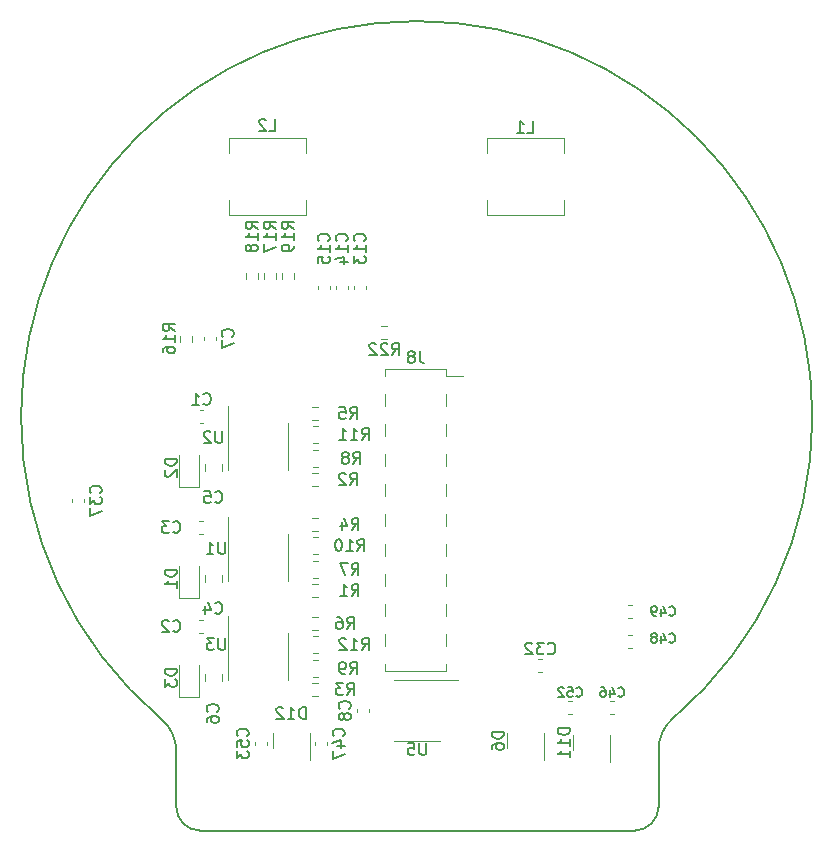
<source format=gbr>
%TF.GenerationSoftware,KiCad,Pcbnew,7.0.6*%
%TF.CreationDate,2024-03-18T21:13:24+03:00*%
%TF.ProjectId,_____ __________,1f3b3042-3020-4433-9f40-30323b353d38,rev?*%
%TF.SameCoordinates,Original*%
%TF.FileFunction,Legend,Bot*%
%TF.FilePolarity,Positive*%
%FSLAX46Y46*%
G04 Gerber Fmt 4.6, Leading zero omitted, Abs format (unit mm)*
G04 Created by KiCad (PCBNEW 7.0.6) date 2024-03-18 21:13:24*
%MOMM*%
%LPD*%
G01*
G04 APERTURE LIST*
%ADD10C,0.150000*%
%ADD11C,0.120000*%
%TA.AperFunction,Profile*%
%ADD12C,0.200000*%
%TD*%
G04 APERTURE END LIST*
D10*
X149137666Y-110944819D02*
X149470999Y-110468628D01*
X149709094Y-110944819D02*
X149709094Y-109944819D01*
X149709094Y-109944819D02*
X149328142Y-109944819D01*
X149328142Y-109944819D02*
X149232904Y-109992438D01*
X149232904Y-109992438D02*
X149185285Y-110040057D01*
X149185285Y-110040057D02*
X149137666Y-110135295D01*
X149137666Y-110135295D02*
X149137666Y-110278152D01*
X149137666Y-110278152D02*
X149185285Y-110373390D01*
X149185285Y-110373390D02*
X149232904Y-110421009D01*
X149232904Y-110421009D02*
X149328142Y-110468628D01*
X149328142Y-110468628D02*
X149709094Y-110468628D01*
X148185285Y-110944819D02*
X148756713Y-110944819D01*
X148470999Y-110944819D02*
X148470999Y-109944819D01*
X148470999Y-109944819D02*
X148566237Y-110087676D01*
X148566237Y-110087676D02*
X148661475Y-110182914D01*
X148661475Y-110182914D02*
X148756713Y-110230533D01*
X155447904Y-123406819D02*
X155447904Y-124216342D01*
X155447904Y-124216342D02*
X155400285Y-124311580D01*
X155400285Y-124311580D02*
X155352666Y-124359200D01*
X155352666Y-124359200D02*
X155257428Y-124406819D01*
X155257428Y-124406819D02*
X155066952Y-124406819D01*
X155066952Y-124406819D02*
X154971714Y-124359200D01*
X154971714Y-124359200D02*
X154924095Y-124311580D01*
X154924095Y-124311580D02*
X154876476Y-124216342D01*
X154876476Y-124216342D02*
X154876476Y-123406819D01*
X153924095Y-123406819D02*
X154400285Y-123406819D01*
X154400285Y-123406819D02*
X154447904Y-123883009D01*
X154447904Y-123883009D02*
X154400285Y-123835390D01*
X154400285Y-123835390D02*
X154305047Y-123787771D01*
X154305047Y-123787771D02*
X154066952Y-123787771D01*
X154066952Y-123787771D02*
X153971714Y-123835390D01*
X153971714Y-123835390D02*
X153924095Y-123883009D01*
X153924095Y-123883009D02*
X153876476Y-123978247D01*
X153876476Y-123978247D02*
X153876476Y-124216342D01*
X153876476Y-124216342D02*
X153924095Y-124311580D01*
X153924095Y-124311580D02*
X153971714Y-124359200D01*
X153971714Y-124359200D02*
X154066952Y-124406819D01*
X154066952Y-124406819D02*
X154305047Y-124406819D01*
X154305047Y-124406819D02*
X154400285Y-124359200D01*
X154400285Y-124359200D02*
X154447904Y-124311580D01*
X149994857Y-97736819D02*
X150328190Y-97260628D01*
X150566285Y-97736819D02*
X150566285Y-96736819D01*
X150566285Y-96736819D02*
X150185333Y-96736819D01*
X150185333Y-96736819D02*
X150090095Y-96784438D01*
X150090095Y-96784438D02*
X150042476Y-96832057D01*
X150042476Y-96832057D02*
X149994857Y-96927295D01*
X149994857Y-96927295D02*
X149994857Y-97070152D01*
X149994857Y-97070152D02*
X150042476Y-97165390D01*
X150042476Y-97165390D02*
X150090095Y-97213009D01*
X150090095Y-97213009D02*
X150185333Y-97260628D01*
X150185333Y-97260628D02*
X150566285Y-97260628D01*
X149042476Y-97736819D02*
X149613904Y-97736819D01*
X149328190Y-97736819D02*
X149328190Y-96736819D01*
X149328190Y-96736819D02*
X149423428Y-96879676D01*
X149423428Y-96879676D02*
X149518666Y-96974914D01*
X149518666Y-96974914D02*
X149613904Y-97022533D01*
X148090095Y-97736819D02*
X148661523Y-97736819D01*
X148375809Y-97736819D02*
X148375809Y-96736819D01*
X148375809Y-96736819D02*
X148471047Y-96879676D01*
X148471047Y-96879676D02*
X148566285Y-96974914D01*
X148566285Y-96974914D02*
X148661523Y-97022533D01*
X139043580Y-88987333D02*
X139091200Y-88939714D01*
X139091200Y-88939714D02*
X139138819Y-88796857D01*
X139138819Y-88796857D02*
X139138819Y-88701619D01*
X139138819Y-88701619D02*
X139091200Y-88558762D01*
X139091200Y-88558762D02*
X138995961Y-88463524D01*
X138995961Y-88463524D02*
X138900723Y-88415905D01*
X138900723Y-88415905D02*
X138710247Y-88368286D01*
X138710247Y-88368286D02*
X138567390Y-88368286D01*
X138567390Y-88368286D02*
X138376914Y-88415905D01*
X138376914Y-88415905D02*
X138281676Y-88463524D01*
X138281676Y-88463524D02*
X138186438Y-88558762D01*
X138186438Y-88558762D02*
X138138819Y-88701619D01*
X138138819Y-88701619D02*
X138138819Y-88796857D01*
X138138819Y-88796857D02*
X138186438Y-88939714D01*
X138186438Y-88939714D02*
X138234057Y-88987333D01*
X138138819Y-89320667D02*
X138138819Y-89987333D01*
X138138819Y-89987333D02*
X139138819Y-89558762D01*
X140313580Y-122801142D02*
X140361200Y-122753523D01*
X140361200Y-122753523D02*
X140408819Y-122610666D01*
X140408819Y-122610666D02*
X140408819Y-122515428D01*
X140408819Y-122515428D02*
X140361200Y-122372571D01*
X140361200Y-122372571D02*
X140265961Y-122277333D01*
X140265961Y-122277333D02*
X140170723Y-122229714D01*
X140170723Y-122229714D02*
X139980247Y-122182095D01*
X139980247Y-122182095D02*
X139837390Y-122182095D01*
X139837390Y-122182095D02*
X139646914Y-122229714D01*
X139646914Y-122229714D02*
X139551676Y-122277333D01*
X139551676Y-122277333D02*
X139456438Y-122372571D01*
X139456438Y-122372571D02*
X139408819Y-122515428D01*
X139408819Y-122515428D02*
X139408819Y-122610666D01*
X139408819Y-122610666D02*
X139456438Y-122753523D01*
X139456438Y-122753523D02*
X139504057Y-122801142D01*
X139408819Y-123705904D02*
X139408819Y-123229714D01*
X139408819Y-123229714D02*
X139885009Y-123182095D01*
X139885009Y-123182095D02*
X139837390Y-123229714D01*
X139837390Y-123229714D02*
X139789771Y-123324952D01*
X139789771Y-123324952D02*
X139789771Y-123563047D01*
X139789771Y-123563047D02*
X139837390Y-123658285D01*
X139837390Y-123658285D02*
X139885009Y-123705904D01*
X139885009Y-123705904D02*
X139980247Y-123753523D01*
X139980247Y-123753523D02*
X140218342Y-123753523D01*
X140218342Y-123753523D02*
X140313580Y-123705904D01*
X140313580Y-123705904D02*
X140361200Y-123658285D01*
X140361200Y-123658285D02*
X140408819Y-123563047D01*
X140408819Y-123563047D02*
X140408819Y-123324952D01*
X140408819Y-123324952D02*
X140361200Y-123229714D01*
X140361200Y-123229714D02*
X140313580Y-123182095D01*
X139408819Y-124086857D02*
X139408819Y-124705904D01*
X139408819Y-124705904D02*
X139789771Y-124372571D01*
X139789771Y-124372571D02*
X139789771Y-124515428D01*
X139789771Y-124515428D02*
X139837390Y-124610666D01*
X139837390Y-124610666D02*
X139885009Y-124658285D01*
X139885009Y-124658285D02*
X139980247Y-124705904D01*
X139980247Y-124705904D02*
X140218342Y-124705904D01*
X140218342Y-124705904D02*
X140313580Y-124658285D01*
X140313580Y-124658285D02*
X140361200Y-124610666D01*
X140361200Y-124610666D02*
X140408819Y-124515428D01*
X140408819Y-124515428D02*
X140408819Y-124229714D01*
X140408819Y-124229714D02*
X140361200Y-124134476D01*
X140361200Y-124134476D02*
X140313580Y-124086857D01*
X138429904Y-114516819D02*
X138429904Y-115326342D01*
X138429904Y-115326342D02*
X138382285Y-115421580D01*
X138382285Y-115421580D02*
X138334666Y-115469200D01*
X138334666Y-115469200D02*
X138239428Y-115516819D01*
X138239428Y-115516819D02*
X138048952Y-115516819D01*
X138048952Y-115516819D02*
X137953714Y-115469200D01*
X137953714Y-115469200D02*
X137906095Y-115421580D01*
X137906095Y-115421580D02*
X137858476Y-115326342D01*
X137858476Y-115326342D02*
X137858476Y-114516819D01*
X137477523Y-114516819D02*
X136858476Y-114516819D01*
X136858476Y-114516819D02*
X137191809Y-114897771D01*
X137191809Y-114897771D02*
X137048952Y-114897771D01*
X137048952Y-114897771D02*
X136953714Y-114945390D01*
X136953714Y-114945390D02*
X136906095Y-114993009D01*
X136906095Y-114993009D02*
X136858476Y-115088247D01*
X136858476Y-115088247D02*
X136858476Y-115326342D01*
X136858476Y-115326342D02*
X136906095Y-115421580D01*
X136906095Y-115421580D02*
X136953714Y-115469200D01*
X136953714Y-115469200D02*
X137048952Y-115516819D01*
X137048952Y-115516819D02*
X137334666Y-115516819D01*
X137334666Y-115516819D02*
X137429904Y-115469200D01*
X137429904Y-115469200D02*
X137477523Y-115421580D01*
X149629857Y-107134819D02*
X149963190Y-106658628D01*
X150201285Y-107134819D02*
X150201285Y-106134819D01*
X150201285Y-106134819D02*
X149820333Y-106134819D01*
X149820333Y-106134819D02*
X149725095Y-106182438D01*
X149725095Y-106182438D02*
X149677476Y-106230057D01*
X149677476Y-106230057D02*
X149629857Y-106325295D01*
X149629857Y-106325295D02*
X149629857Y-106468152D01*
X149629857Y-106468152D02*
X149677476Y-106563390D01*
X149677476Y-106563390D02*
X149725095Y-106611009D01*
X149725095Y-106611009D02*
X149820333Y-106658628D01*
X149820333Y-106658628D02*
X150201285Y-106658628D01*
X148677476Y-107134819D02*
X149248904Y-107134819D01*
X148963190Y-107134819D02*
X148963190Y-106134819D01*
X148963190Y-106134819D02*
X149058428Y-106277676D01*
X149058428Y-106277676D02*
X149153666Y-106372914D01*
X149153666Y-106372914D02*
X149248904Y-106420533D01*
X148058428Y-106134819D02*
X147963190Y-106134819D01*
X147963190Y-106134819D02*
X147867952Y-106182438D01*
X147867952Y-106182438D02*
X147820333Y-106230057D01*
X147820333Y-106230057D02*
X147772714Y-106325295D01*
X147772714Y-106325295D02*
X147725095Y-106515771D01*
X147725095Y-106515771D02*
X147725095Y-106753866D01*
X147725095Y-106753866D02*
X147772714Y-106944342D01*
X147772714Y-106944342D02*
X147820333Y-107039580D01*
X147820333Y-107039580D02*
X147867952Y-107087200D01*
X147867952Y-107087200D02*
X147963190Y-107134819D01*
X147963190Y-107134819D02*
X148058428Y-107134819D01*
X148058428Y-107134819D02*
X148153666Y-107087200D01*
X148153666Y-107087200D02*
X148201285Y-107039580D01*
X148201285Y-107039580D02*
X148248904Y-106944342D01*
X148248904Y-106944342D02*
X148296523Y-106753866D01*
X148296523Y-106753866D02*
X148296523Y-106515771D01*
X148296523Y-106515771D02*
X148248904Y-106325295D01*
X148248904Y-106325295D02*
X148201285Y-106230057D01*
X148201285Y-106230057D02*
X148153666Y-106182438D01*
X148153666Y-106182438D02*
X148058428Y-106134819D01*
X148756666Y-113738819D02*
X149089999Y-113262628D01*
X149328094Y-113738819D02*
X149328094Y-112738819D01*
X149328094Y-112738819D02*
X148947142Y-112738819D01*
X148947142Y-112738819D02*
X148851904Y-112786438D01*
X148851904Y-112786438D02*
X148804285Y-112834057D01*
X148804285Y-112834057D02*
X148756666Y-112929295D01*
X148756666Y-112929295D02*
X148756666Y-113072152D01*
X148756666Y-113072152D02*
X148804285Y-113167390D01*
X148804285Y-113167390D02*
X148851904Y-113215009D01*
X148851904Y-113215009D02*
X148947142Y-113262628D01*
X148947142Y-113262628D02*
X149328094Y-113262628D01*
X147899523Y-112738819D02*
X148089999Y-112738819D01*
X148089999Y-112738819D02*
X148185237Y-112786438D01*
X148185237Y-112786438D02*
X148232856Y-112834057D01*
X148232856Y-112834057D02*
X148328094Y-112976914D01*
X148328094Y-112976914D02*
X148375713Y-113167390D01*
X148375713Y-113167390D02*
X148375713Y-113548342D01*
X148375713Y-113548342D02*
X148328094Y-113643580D01*
X148328094Y-113643580D02*
X148280475Y-113691200D01*
X148280475Y-113691200D02*
X148185237Y-113738819D01*
X148185237Y-113738819D02*
X147994761Y-113738819D01*
X147994761Y-113738819D02*
X147899523Y-113691200D01*
X147899523Y-113691200D02*
X147851904Y-113643580D01*
X147851904Y-113643580D02*
X147804285Y-113548342D01*
X147804285Y-113548342D02*
X147804285Y-113310247D01*
X147804285Y-113310247D02*
X147851904Y-113215009D01*
X147851904Y-113215009D02*
X147899523Y-113167390D01*
X147899523Y-113167390D02*
X147994761Y-113119771D01*
X147994761Y-113119771D02*
X148185237Y-113119771D01*
X148185237Y-113119771D02*
X148280475Y-113167390D01*
X148280475Y-113167390D02*
X148328094Y-113215009D01*
X148328094Y-113215009D02*
X148375713Y-113310247D01*
X142152666Y-71574819D02*
X142628856Y-71574819D01*
X142628856Y-71574819D02*
X142628856Y-70574819D01*
X141866951Y-70670057D02*
X141819332Y-70622438D01*
X141819332Y-70622438D02*
X141724094Y-70574819D01*
X141724094Y-70574819D02*
X141485999Y-70574819D01*
X141485999Y-70574819D02*
X141390761Y-70622438D01*
X141390761Y-70622438D02*
X141343142Y-70670057D01*
X141343142Y-70670057D02*
X141295523Y-70765295D01*
X141295523Y-70765295D02*
X141295523Y-70860533D01*
X141295523Y-70860533D02*
X141343142Y-71003390D01*
X141343142Y-71003390D02*
X141914570Y-71574819D01*
X141914570Y-71574819D02*
X141295523Y-71574819D01*
X149137666Y-109166819D02*
X149470999Y-108690628D01*
X149709094Y-109166819D02*
X149709094Y-108166819D01*
X149709094Y-108166819D02*
X149328142Y-108166819D01*
X149328142Y-108166819D02*
X149232904Y-108214438D01*
X149232904Y-108214438D02*
X149185285Y-108262057D01*
X149185285Y-108262057D02*
X149137666Y-108357295D01*
X149137666Y-108357295D02*
X149137666Y-108500152D01*
X149137666Y-108500152D02*
X149185285Y-108595390D01*
X149185285Y-108595390D02*
X149232904Y-108643009D01*
X149232904Y-108643009D02*
X149328142Y-108690628D01*
X149328142Y-108690628D02*
X149709094Y-108690628D01*
X148804332Y-108166819D02*
X148137666Y-108166819D01*
X148137666Y-108166819D02*
X148566237Y-109166819D01*
X176028285Y-114840104D02*
X176066381Y-114878200D01*
X176066381Y-114878200D02*
X176180666Y-114916295D01*
X176180666Y-114916295D02*
X176256857Y-114916295D01*
X176256857Y-114916295D02*
X176371143Y-114878200D01*
X176371143Y-114878200D02*
X176447333Y-114802009D01*
X176447333Y-114802009D02*
X176485428Y-114725819D01*
X176485428Y-114725819D02*
X176523524Y-114573438D01*
X176523524Y-114573438D02*
X176523524Y-114459152D01*
X176523524Y-114459152D02*
X176485428Y-114306771D01*
X176485428Y-114306771D02*
X176447333Y-114230580D01*
X176447333Y-114230580D02*
X176371143Y-114154390D01*
X176371143Y-114154390D02*
X176256857Y-114116295D01*
X176256857Y-114116295D02*
X176180666Y-114116295D01*
X176180666Y-114116295D02*
X176066381Y-114154390D01*
X176066381Y-114154390D02*
X176028285Y-114192485D01*
X175342571Y-114382961D02*
X175342571Y-114916295D01*
X175533047Y-114078200D02*
X175723524Y-114649628D01*
X175723524Y-114649628D02*
X175228285Y-114649628D01*
X174809238Y-114459152D02*
X174885428Y-114421057D01*
X174885428Y-114421057D02*
X174923523Y-114382961D01*
X174923523Y-114382961D02*
X174961619Y-114306771D01*
X174961619Y-114306771D02*
X174961619Y-114268676D01*
X174961619Y-114268676D02*
X174923523Y-114192485D01*
X174923523Y-114192485D02*
X174885428Y-114154390D01*
X174885428Y-114154390D02*
X174809238Y-114116295D01*
X174809238Y-114116295D02*
X174656857Y-114116295D01*
X174656857Y-114116295D02*
X174580666Y-114154390D01*
X174580666Y-114154390D02*
X174542571Y-114192485D01*
X174542571Y-114192485D02*
X174504476Y-114268676D01*
X174504476Y-114268676D02*
X174504476Y-114306771D01*
X174504476Y-114306771D02*
X174542571Y-114382961D01*
X174542571Y-114382961D02*
X174580666Y-114421057D01*
X174580666Y-114421057D02*
X174656857Y-114459152D01*
X174656857Y-114459152D02*
X174809238Y-114459152D01*
X174809238Y-114459152D02*
X174885428Y-114497247D01*
X174885428Y-114497247D02*
X174923523Y-114535342D01*
X174923523Y-114535342D02*
X174961619Y-114611533D01*
X174961619Y-114611533D02*
X174961619Y-114763914D01*
X174961619Y-114763914D02*
X174923523Y-114840104D01*
X174923523Y-114840104D02*
X174885428Y-114878200D01*
X174885428Y-114878200D02*
X174809238Y-114916295D01*
X174809238Y-114916295D02*
X174656857Y-114916295D01*
X174656857Y-114916295D02*
X174580666Y-114878200D01*
X174580666Y-114878200D02*
X174542571Y-114840104D01*
X174542571Y-114840104D02*
X174504476Y-114763914D01*
X174504476Y-114763914D02*
X174504476Y-114611533D01*
X174504476Y-114611533D02*
X174542571Y-114535342D01*
X174542571Y-114535342D02*
X174580666Y-114497247D01*
X174580666Y-114497247D02*
X174656857Y-114459152D01*
X142694819Y-79875142D02*
X142218628Y-79541809D01*
X142694819Y-79303714D02*
X141694819Y-79303714D01*
X141694819Y-79303714D02*
X141694819Y-79684666D01*
X141694819Y-79684666D02*
X141742438Y-79779904D01*
X141742438Y-79779904D02*
X141790057Y-79827523D01*
X141790057Y-79827523D02*
X141885295Y-79875142D01*
X141885295Y-79875142D02*
X142028152Y-79875142D01*
X142028152Y-79875142D02*
X142123390Y-79827523D01*
X142123390Y-79827523D02*
X142171009Y-79779904D01*
X142171009Y-79779904D02*
X142218628Y-79684666D01*
X142218628Y-79684666D02*
X142218628Y-79303714D01*
X142694819Y-80827523D02*
X142694819Y-80256095D01*
X142694819Y-80541809D02*
X141694819Y-80541809D01*
X141694819Y-80541809D02*
X141837676Y-80446571D01*
X141837676Y-80446571D02*
X141932914Y-80351333D01*
X141932914Y-80351333D02*
X141980533Y-80256095D01*
X141694819Y-81160857D02*
X141694819Y-81827523D01*
X141694819Y-81827523D02*
X142694819Y-81398952D01*
X168154285Y-119412104D02*
X168192381Y-119450200D01*
X168192381Y-119450200D02*
X168306666Y-119488295D01*
X168306666Y-119488295D02*
X168382857Y-119488295D01*
X168382857Y-119488295D02*
X168497143Y-119450200D01*
X168497143Y-119450200D02*
X168573333Y-119374009D01*
X168573333Y-119374009D02*
X168611428Y-119297819D01*
X168611428Y-119297819D02*
X168649524Y-119145438D01*
X168649524Y-119145438D02*
X168649524Y-119031152D01*
X168649524Y-119031152D02*
X168611428Y-118878771D01*
X168611428Y-118878771D02*
X168573333Y-118802580D01*
X168573333Y-118802580D02*
X168497143Y-118726390D01*
X168497143Y-118726390D02*
X168382857Y-118688295D01*
X168382857Y-118688295D02*
X168306666Y-118688295D01*
X168306666Y-118688295D02*
X168192381Y-118726390D01*
X168192381Y-118726390D02*
X168154285Y-118764485D01*
X167430476Y-118688295D02*
X167811428Y-118688295D01*
X167811428Y-118688295D02*
X167849524Y-119069247D01*
X167849524Y-119069247D02*
X167811428Y-119031152D01*
X167811428Y-119031152D02*
X167735238Y-118993057D01*
X167735238Y-118993057D02*
X167544762Y-118993057D01*
X167544762Y-118993057D02*
X167468571Y-119031152D01*
X167468571Y-119031152D02*
X167430476Y-119069247D01*
X167430476Y-119069247D02*
X167392381Y-119145438D01*
X167392381Y-119145438D02*
X167392381Y-119335914D01*
X167392381Y-119335914D02*
X167430476Y-119412104D01*
X167430476Y-119412104D02*
X167468571Y-119450200D01*
X167468571Y-119450200D02*
X167544762Y-119488295D01*
X167544762Y-119488295D02*
X167735238Y-119488295D01*
X167735238Y-119488295D02*
X167811428Y-119450200D01*
X167811428Y-119450200D02*
X167849524Y-119412104D01*
X167087619Y-118764485D02*
X167049523Y-118726390D01*
X167049523Y-118726390D02*
X166973333Y-118688295D01*
X166973333Y-118688295D02*
X166782857Y-118688295D01*
X166782857Y-118688295D02*
X166706666Y-118726390D01*
X166706666Y-118726390D02*
X166668571Y-118764485D01*
X166668571Y-118764485D02*
X166630476Y-118840676D01*
X166630476Y-118840676D02*
X166630476Y-118916866D01*
X166630476Y-118916866D02*
X166668571Y-119031152D01*
X166668571Y-119031152D02*
X167125714Y-119488295D01*
X167125714Y-119488295D02*
X166630476Y-119488295D01*
X167586819Y-122151214D02*
X166586819Y-122151214D01*
X166586819Y-122151214D02*
X166586819Y-122389309D01*
X166586819Y-122389309D02*
X166634438Y-122532166D01*
X166634438Y-122532166D02*
X166729676Y-122627404D01*
X166729676Y-122627404D02*
X166824914Y-122675023D01*
X166824914Y-122675023D02*
X167015390Y-122722642D01*
X167015390Y-122722642D02*
X167158247Y-122722642D01*
X167158247Y-122722642D02*
X167348723Y-122675023D01*
X167348723Y-122675023D02*
X167443961Y-122627404D01*
X167443961Y-122627404D02*
X167539200Y-122532166D01*
X167539200Y-122532166D02*
X167586819Y-122389309D01*
X167586819Y-122389309D02*
X167586819Y-122151214D01*
X167586819Y-123675023D02*
X167586819Y-123103595D01*
X167586819Y-123389309D02*
X166586819Y-123389309D01*
X166586819Y-123389309D02*
X166729676Y-123294071D01*
X166729676Y-123294071D02*
X166824914Y-123198833D01*
X166824914Y-123198833D02*
X166872533Y-123103595D01*
X167586819Y-124627404D02*
X167586819Y-124055976D01*
X167586819Y-124341690D02*
X166586819Y-124341690D01*
X166586819Y-124341690D02*
X166729676Y-124246452D01*
X166729676Y-124246452D02*
X166824914Y-124151214D01*
X166824914Y-124151214D02*
X166872533Y-124055976D01*
X134152819Y-88511142D02*
X133676628Y-88177809D01*
X134152819Y-87939714D02*
X133152819Y-87939714D01*
X133152819Y-87939714D02*
X133152819Y-88320666D01*
X133152819Y-88320666D02*
X133200438Y-88415904D01*
X133200438Y-88415904D02*
X133248057Y-88463523D01*
X133248057Y-88463523D02*
X133343295Y-88511142D01*
X133343295Y-88511142D02*
X133486152Y-88511142D01*
X133486152Y-88511142D02*
X133581390Y-88463523D01*
X133581390Y-88463523D02*
X133629009Y-88415904D01*
X133629009Y-88415904D02*
X133676628Y-88320666D01*
X133676628Y-88320666D02*
X133676628Y-87939714D01*
X134152819Y-89463523D02*
X134152819Y-88892095D01*
X134152819Y-89177809D02*
X133152819Y-89177809D01*
X133152819Y-89177809D02*
X133295676Y-89082571D01*
X133295676Y-89082571D02*
X133390914Y-88987333D01*
X133390914Y-88987333D02*
X133438533Y-88892095D01*
X133152819Y-90320666D02*
X133152819Y-90130190D01*
X133152819Y-90130190D02*
X133200438Y-90034952D01*
X133200438Y-90034952D02*
X133248057Y-89987333D01*
X133248057Y-89987333D02*
X133390914Y-89892095D01*
X133390914Y-89892095D02*
X133581390Y-89844476D01*
X133581390Y-89844476D02*
X133962342Y-89844476D01*
X133962342Y-89844476D02*
X134057580Y-89892095D01*
X134057580Y-89892095D02*
X134105200Y-89939714D01*
X134105200Y-89939714D02*
X134152819Y-90034952D01*
X134152819Y-90034952D02*
X134152819Y-90225428D01*
X134152819Y-90225428D02*
X134105200Y-90320666D01*
X134105200Y-90320666D02*
X134057580Y-90368285D01*
X134057580Y-90368285D02*
X133962342Y-90415904D01*
X133962342Y-90415904D02*
X133724247Y-90415904D01*
X133724247Y-90415904D02*
X133629009Y-90368285D01*
X133629009Y-90368285D02*
X133581390Y-90320666D01*
X133581390Y-90320666D02*
X133533771Y-90225428D01*
X133533771Y-90225428D02*
X133533771Y-90034952D01*
X133533771Y-90034952D02*
X133581390Y-89939714D01*
X133581390Y-89939714D02*
X133629009Y-89892095D01*
X133629009Y-89892095D02*
X133724247Y-89844476D01*
X138429904Y-106388819D02*
X138429904Y-107198342D01*
X138429904Y-107198342D02*
X138382285Y-107293580D01*
X138382285Y-107293580D02*
X138334666Y-107341200D01*
X138334666Y-107341200D02*
X138239428Y-107388819D01*
X138239428Y-107388819D02*
X138048952Y-107388819D01*
X138048952Y-107388819D02*
X137953714Y-107341200D01*
X137953714Y-107341200D02*
X137906095Y-107293580D01*
X137906095Y-107293580D02*
X137858476Y-107198342D01*
X137858476Y-107198342D02*
X137858476Y-106388819D01*
X136858476Y-107388819D02*
X137429904Y-107388819D01*
X137144190Y-107388819D02*
X137144190Y-106388819D01*
X137144190Y-106388819D02*
X137239428Y-106531676D01*
X137239428Y-106531676D02*
X137334666Y-106626914D01*
X137334666Y-106626914D02*
X137429904Y-106674533D01*
X134312819Y-99337905D02*
X133312819Y-99337905D01*
X133312819Y-99337905D02*
X133312819Y-99576000D01*
X133312819Y-99576000D02*
X133360438Y-99718857D01*
X133360438Y-99718857D02*
X133455676Y-99814095D01*
X133455676Y-99814095D02*
X133550914Y-99861714D01*
X133550914Y-99861714D02*
X133741390Y-99909333D01*
X133741390Y-99909333D02*
X133884247Y-99909333D01*
X133884247Y-99909333D02*
X134074723Y-99861714D01*
X134074723Y-99861714D02*
X134169961Y-99814095D01*
X134169961Y-99814095D02*
X134265200Y-99718857D01*
X134265200Y-99718857D02*
X134312819Y-99576000D01*
X134312819Y-99576000D02*
X134312819Y-99337905D01*
X133408057Y-100290286D02*
X133360438Y-100337905D01*
X133360438Y-100337905D02*
X133312819Y-100433143D01*
X133312819Y-100433143D02*
X133312819Y-100671238D01*
X133312819Y-100671238D02*
X133360438Y-100766476D01*
X133360438Y-100766476D02*
X133408057Y-100814095D01*
X133408057Y-100814095D02*
X133503295Y-100861714D01*
X133503295Y-100861714D02*
X133598533Y-100861714D01*
X133598533Y-100861714D02*
X133741390Y-100814095D01*
X133741390Y-100814095D02*
X134312819Y-100242667D01*
X134312819Y-100242667D02*
X134312819Y-100861714D01*
X136586166Y-94687580D02*
X136633785Y-94735200D01*
X136633785Y-94735200D02*
X136776642Y-94782819D01*
X136776642Y-94782819D02*
X136871880Y-94782819D01*
X136871880Y-94782819D02*
X137014737Y-94735200D01*
X137014737Y-94735200D02*
X137109975Y-94639961D01*
X137109975Y-94639961D02*
X137157594Y-94544723D01*
X137157594Y-94544723D02*
X137205213Y-94354247D01*
X137205213Y-94354247D02*
X137205213Y-94211390D01*
X137205213Y-94211390D02*
X137157594Y-94020914D01*
X137157594Y-94020914D02*
X137109975Y-93925676D01*
X137109975Y-93925676D02*
X137014737Y-93830438D01*
X137014737Y-93830438D02*
X136871880Y-93782819D01*
X136871880Y-93782819D02*
X136776642Y-93782819D01*
X136776642Y-93782819D02*
X136633785Y-93830438D01*
X136633785Y-93830438D02*
X136586166Y-93878057D01*
X135633785Y-94782819D02*
X136205213Y-94782819D01*
X135919499Y-94782819D02*
X135919499Y-93782819D01*
X135919499Y-93782819D02*
X136014737Y-93925676D01*
X136014737Y-93925676D02*
X136109975Y-94020914D01*
X136109975Y-94020914D02*
X136205213Y-94068533D01*
X148441580Y-122801142D02*
X148489200Y-122753523D01*
X148489200Y-122753523D02*
X148536819Y-122610666D01*
X148536819Y-122610666D02*
X148536819Y-122515428D01*
X148536819Y-122515428D02*
X148489200Y-122372571D01*
X148489200Y-122372571D02*
X148393961Y-122277333D01*
X148393961Y-122277333D02*
X148298723Y-122229714D01*
X148298723Y-122229714D02*
X148108247Y-122182095D01*
X148108247Y-122182095D02*
X147965390Y-122182095D01*
X147965390Y-122182095D02*
X147774914Y-122229714D01*
X147774914Y-122229714D02*
X147679676Y-122277333D01*
X147679676Y-122277333D02*
X147584438Y-122372571D01*
X147584438Y-122372571D02*
X147536819Y-122515428D01*
X147536819Y-122515428D02*
X147536819Y-122610666D01*
X147536819Y-122610666D02*
X147584438Y-122753523D01*
X147584438Y-122753523D02*
X147632057Y-122801142D01*
X147870152Y-123658285D02*
X148536819Y-123658285D01*
X147489200Y-123420190D02*
X148203485Y-123182095D01*
X148203485Y-123182095D02*
X148203485Y-123801142D01*
X147536819Y-124086857D02*
X147536819Y-124753523D01*
X147536819Y-124753523D02*
X148536819Y-124324952D01*
X134024666Y-113897580D02*
X134072285Y-113945200D01*
X134072285Y-113945200D02*
X134215142Y-113992819D01*
X134215142Y-113992819D02*
X134310380Y-113992819D01*
X134310380Y-113992819D02*
X134453237Y-113945200D01*
X134453237Y-113945200D02*
X134548475Y-113849961D01*
X134548475Y-113849961D02*
X134596094Y-113754723D01*
X134596094Y-113754723D02*
X134643713Y-113564247D01*
X134643713Y-113564247D02*
X134643713Y-113421390D01*
X134643713Y-113421390D02*
X134596094Y-113230914D01*
X134596094Y-113230914D02*
X134548475Y-113135676D01*
X134548475Y-113135676D02*
X134453237Y-113040438D01*
X134453237Y-113040438D02*
X134310380Y-112992819D01*
X134310380Y-112992819D02*
X134215142Y-112992819D01*
X134215142Y-112992819D02*
X134072285Y-113040438D01*
X134072285Y-113040438D02*
X134024666Y-113088057D01*
X133643713Y-113088057D02*
X133596094Y-113040438D01*
X133596094Y-113040438D02*
X133500856Y-112992819D01*
X133500856Y-112992819D02*
X133262761Y-112992819D01*
X133262761Y-112992819D02*
X133167523Y-113040438D01*
X133167523Y-113040438D02*
X133119904Y-113088057D01*
X133119904Y-113088057D02*
X133072285Y-113183295D01*
X133072285Y-113183295D02*
X133072285Y-113278533D01*
X133072285Y-113278533D02*
X133119904Y-113421390D01*
X133119904Y-113421390D02*
X133691332Y-113992819D01*
X133691332Y-113992819D02*
X133072285Y-113992819D01*
X149010666Y-117548819D02*
X149343999Y-117072628D01*
X149582094Y-117548819D02*
X149582094Y-116548819D01*
X149582094Y-116548819D02*
X149201142Y-116548819D01*
X149201142Y-116548819D02*
X149105904Y-116596438D01*
X149105904Y-116596438D02*
X149058285Y-116644057D01*
X149058285Y-116644057D02*
X149010666Y-116739295D01*
X149010666Y-116739295D02*
X149010666Y-116882152D01*
X149010666Y-116882152D02*
X149058285Y-116977390D01*
X149058285Y-116977390D02*
X149105904Y-117025009D01*
X149105904Y-117025009D02*
X149201142Y-117072628D01*
X149201142Y-117072628D02*
X149582094Y-117072628D01*
X148534475Y-117548819D02*
X148343999Y-117548819D01*
X148343999Y-117548819D02*
X148248761Y-117501200D01*
X148248761Y-117501200D02*
X148201142Y-117453580D01*
X148201142Y-117453580D02*
X148105904Y-117310723D01*
X148105904Y-117310723D02*
X148058285Y-117120247D01*
X148058285Y-117120247D02*
X148058285Y-116739295D01*
X148058285Y-116739295D02*
X148105904Y-116644057D01*
X148105904Y-116644057D02*
X148153523Y-116596438D01*
X148153523Y-116596438D02*
X148248761Y-116548819D01*
X148248761Y-116548819D02*
X148439237Y-116548819D01*
X148439237Y-116548819D02*
X148534475Y-116596438D01*
X148534475Y-116596438D02*
X148582094Y-116644057D01*
X148582094Y-116644057D02*
X148629713Y-116739295D01*
X148629713Y-116739295D02*
X148629713Y-116977390D01*
X148629713Y-116977390D02*
X148582094Y-117072628D01*
X148582094Y-117072628D02*
X148534475Y-117120247D01*
X148534475Y-117120247D02*
X148439237Y-117167866D01*
X148439237Y-117167866D02*
X148248761Y-117167866D01*
X148248761Y-117167866D02*
X148153523Y-117120247D01*
X148153523Y-117120247D02*
X148105904Y-117072628D01*
X148105904Y-117072628D02*
X148058285Y-116977390D01*
X137773580Y-120737333D02*
X137821200Y-120689714D01*
X137821200Y-120689714D02*
X137868819Y-120546857D01*
X137868819Y-120546857D02*
X137868819Y-120451619D01*
X137868819Y-120451619D02*
X137821200Y-120308762D01*
X137821200Y-120308762D02*
X137725961Y-120213524D01*
X137725961Y-120213524D02*
X137630723Y-120165905D01*
X137630723Y-120165905D02*
X137440247Y-120118286D01*
X137440247Y-120118286D02*
X137297390Y-120118286D01*
X137297390Y-120118286D02*
X137106914Y-120165905D01*
X137106914Y-120165905D02*
X137011676Y-120213524D01*
X137011676Y-120213524D02*
X136916438Y-120308762D01*
X136916438Y-120308762D02*
X136868819Y-120451619D01*
X136868819Y-120451619D02*
X136868819Y-120546857D01*
X136868819Y-120546857D02*
X136916438Y-120689714D01*
X136916438Y-120689714D02*
X136964057Y-120737333D01*
X136868819Y-121594476D02*
X136868819Y-121404000D01*
X136868819Y-121404000D02*
X136916438Y-121308762D01*
X136916438Y-121308762D02*
X136964057Y-121261143D01*
X136964057Y-121261143D02*
X137106914Y-121165905D01*
X137106914Y-121165905D02*
X137297390Y-121118286D01*
X137297390Y-121118286D02*
X137678342Y-121118286D01*
X137678342Y-121118286D02*
X137773580Y-121165905D01*
X137773580Y-121165905D02*
X137821200Y-121213524D01*
X137821200Y-121213524D02*
X137868819Y-121308762D01*
X137868819Y-121308762D02*
X137868819Y-121499238D01*
X137868819Y-121499238D02*
X137821200Y-121594476D01*
X137821200Y-121594476D02*
X137773580Y-121642095D01*
X137773580Y-121642095D02*
X137678342Y-121689714D01*
X137678342Y-121689714D02*
X137440247Y-121689714D01*
X137440247Y-121689714D02*
X137345009Y-121642095D01*
X137345009Y-121642095D02*
X137297390Y-121594476D01*
X137297390Y-121594476D02*
X137249771Y-121499238D01*
X137249771Y-121499238D02*
X137249771Y-121308762D01*
X137249771Y-121308762D02*
X137297390Y-121213524D01*
X137297390Y-121213524D02*
X137345009Y-121165905D01*
X137345009Y-121165905D02*
X137440247Y-121118286D01*
X145232285Y-121358819D02*
X145232285Y-120358819D01*
X145232285Y-120358819D02*
X144994190Y-120358819D01*
X144994190Y-120358819D02*
X144851333Y-120406438D01*
X144851333Y-120406438D02*
X144756095Y-120501676D01*
X144756095Y-120501676D02*
X144708476Y-120596914D01*
X144708476Y-120596914D02*
X144660857Y-120787390D01*
X144660857Y-120787390D02*
X144660857Y-120930247D01*
X144660857Y-120930247D02*
X144708476Y-121120723D01*
X144708476Y-121120723D02*
X144756095Y-121215961D01*
X144756095Y-121215961D02*
X144851333Y-121311200D01*
X144851333Y-121311200D02*
X144994190Y-121358819D01*
X144994190Y-121358819D02*
X145232285Y-121358819D01*
X143708476Y-121358819D02*
X144279904Y-121358819D01*
X143994190Y-121358819D02*
X143994190Y-120358819D01*
X143994190Y-120358819D02*
X144089428Y-120501676D01*
X144089428Y-120501676D02*
X144184666Y-120596914D01*
X144184666Y-120596914D02*
X144279904Y-120644533D01*
X143327523Y-120454057D02*
X143279904Y-120406438D01*
X143279904Y-120406438D02*
X143184666Y-120358819D01*
X143184666Y-120358819D02*
X142946571Y-120358819D01*
X142946571Y-120358819D02*
X142851333Y-120406438D01*
X142851333Y-120406438D02*
X142803714Y-120454057D01*
X142803714Y-120454057D02*
X142756095Y-120549295D01*
X142756095Y-120549295D02*
X142756095Y-120644533D01*
X142756095Y-120644533D02*
X142803714Y-120787390D01*
X142803714Y-120787390D02*
X143375142Y-121358819D01*
X143375142Y-121358819D02*
X142756095Y-121358819D01*
X149264666Y-99768819D02*
X149597999Y-99292628D01*
X149836094Y-99768819D02*
X149836094Y-98768819D01*
X149836094Y-98768819D02*
X149455142Y-98768819D01*
X149455142Y-98768819D02*
X149359904Y-98816438D01*
X149359904Y-98816438D02*
X149312285Y-98864057D01*
X149312285Y-98864057D02*
X149264666Y-98959295D01*
X149264666Y-98959295D02*
X149264666Y-99102152D01*
X149264666Y-99102152D02*
X149312285Y-99197390D01*
X149312285Y-99197390D02*
X149359904Y-99245009D01*
X149359904Y-99245009D02*
X149455142Y-99292628D01*
X149455142Y-99292628D02*
X149836094Y-99292628D01*
X148693237Y-99197390D02*
X148788475Y-99149771D01*
X148788475Y-99149771D02*
X148836094Y-99102152D01*
X148836094Y-99102152D02*
X148883713Y-99006914D01*
X148883713Y-99006914D02*
X148883713Y-98959295D01*
X148883713Y-98959295D02*
X148836094Y-98864057D01*
X148836094Y-98864057D02*
X148788475Y-98816438D01*
X148788475Y-98816438D02*
X148693237Y-98768819D01*
X148693237Y-98768819D02*
X148502761Y-98768819D01*
X148502761Y-98768819D02*
X148407523Y-98816438D01*
X148407523Y-98816438D02*
X148359904Y-98864057D01*
X148359904Y-98864057D02*
X148312285Y-98959295D01*
X148312285Y-98959295D02*
X148312285Y-99006914D01*
X148312285Y-99006914D02*
X148359904Y-99102152D01*
X148359904Y-99102152D02*
X148407523Y-99149771D01*
X148407523Y-99149771D02*
X148502761Y-99197390D01*
X148502761Y-99197390D02*
X148693237Y-99197390D01*
X148693237Y-99197390D02*
X148788475Y-99245009D01*
X148788475Y-99245009D02*
X148836094Y-99292628D01*
X148836094Y-99292628D02*
X148883713Y-99387866D01*
X148883713Y-99387866D02*
X148883713Y-99578342D01*
X148883713Y-99578342D02*
X148836094Y-99673580D01*
X148836094Y-99673580D02*
X148788475Y-99721200D01*
X148788475Y-99721200D02*
X148693237Y-99768819D01*
X148693237Y-99768819D02*
X148502761Y-99768819D01*
X148502761Y-99768819D02*
X148407523Y-99721200D01*
X148407523Y-99721200D02*
X148359904Y-99673580D01*
X148359904Y-99673580D02*
X148312285Y-99578342D01*
X148312285Y-99578342D02*
X148312285Y-99387866D01*
X148312285Y-99387866D02*
X148359904Y-99292628D01*
X148359904Y-99292628D02*
X148407523Y-99245009D01*
X148407523Y-99245009D02*
X148502761Y-99197390D01*
X134312819Y-117117905D02*
X133312819Y-117117905D01*
X133312819Y-117117905D02*
X133312819Y-117356000D01*
X133312819Y-117356000D02*
X133360438Y-117498857D01*
X133360438Y-117498857D02*
X133455676Y-117594095D01*
X133455676Y-117594095D02*
X133550914Y-117641714D01*
X133550914Y-117641714D02*
X133741390Y-117689333D01*
X133741390Y-117689333D02*
X133884247Y-117689333D01*
X133884247Y-117689333D02*
X134074723Y-117641714D01*
X134074723Y-117641714D02*
X134169961Y-117594095D01*
X134169961Y-117594095D02*
X134265200Y-117498857D01*
X134265200Y-117498857D02*
X134312819Y-117356000D01*
X134312819Y-117356000D02*
X134312819Y-117117905D01*
X133312819Y-118022667D02*
X133312819Y-118641714D01*
X133312819Y-118641714D02*
X133693771Y-118308381D01*
X133693771Y-118308381D02*
X133693771Y-118451238D01*
X133693771Y-118451238D02*
X133741390Y-118546476D01*
X133741390Y-118546476D02*
X133789009Y-118594095D01*
X133789009Y-118594095D02*
X133884247Y-118641714D01*
X133884247Y-118641714D02*
X134122342Y-118641714D01*
X134122342Y-118641714D02*
X134217580Y-118594095D01*
X134217580Y-118594095D02*
X134265200Y-118546476D01*
X134265200Y-118546476D02*
X134312819Y-118451238D01*
X134312819Y-118451238D02*
X134312819Y-118165524D01*
X134312819Y-118165524D02*
X134265200Y-118070286D01*
X134265200Y-118070286D02*
X134217580Y-118022667D01*
X148756666Y-119326819D02*
X149089999Y-118850628D01*
X149328094Y-119326819D02*
X149328094Y-118326819D01*
X149328094Y-118326819D02*
X148947142Y-118326819D01*
X148947142Y-118326819D02*
X148851904Y-118374438D01*
X148851904Y-118374438D02*
X148804285Y-118422057D01*
X148804285Y-118422057D02*
X148756666Y-118517295D01*
X148756666Y-118517295D02*
X148756666Y-118660152D01*
X148756666Y-118660152D02*
X148804285Y-118755390D01*
X148804285Y-118755390D02*
X148851904Y-118803009D01*
X148851904Y-118803009D02*
X148947142Y-118850628D01*
X148947142Y-118850628D02*
X149328094Y-118850628D01*
X148423332Y-118326819D02*
X147804285Y-118326819D01*
X147804285Y-118326819D02*
X148137618Y-118707771D01*
X148137618Y-118707771D02*
X147994761Y-118707771D01*
X147994761Y-118707771D02*
X147899523Y-118755390D01*
X147899523Y-118755390D02*
X147851904Y-118803009D01*
X147851904Y-118803009D02*
X147804285Y-118898247D01*
X147804285Y-118898247D02*
X147804285Y-119136342D01*
X147804285Y-119136342D02*
X147851904Y-119231580D01*
X147851904Y-119231580D02*
X147899523Y-119279200D01*
X147899523Y-119279200D02*
X147994761Y-119326819D01*
X147994761Y-119326819D02*
X148280475Y-119326819D01*
X148280475Y-119326819D02*
X148375713Y-119279200D01*
X148375713Y-119279200D02*
X148423332Y-119231580D01*
X149994857Y-115516819D02*
X150328190Y-115040628D01*
X150566285Y-115516819D02*
X150566285Y-114516819D01*
X150566285Y-114516819D02*
X150185333Y-114516819D01*
X150185333Y-114516819D02*
X150090095Y-114564438D01*
X150090095Y-114564438D02*
X150042476Y-114612057D01*
X150042476Y-114612057D02*
X149994857Y-114707295D01*
X149994857Y-114707295D02*
X149994857Y-114850152D01*
X149994857Y-114850152D02*
X150042476Y-114945390D01*
X150042476Y-114945390D02*
X150090095Y-114993009D01*
X150090095Y-114993009D02*
X150185333Y-115040628D01*
X150185333Y-115040628D02*
X150566285Y-115040628D01*
X149042476Y-115516819D02*
X149613904Y-115516819D01*
X149328190Y-115516819D02*
X149328190Y-114516819D01*
X149328190Y-114516819D02*
X149423428Y-114659676D01*
X149423428Y-114659676D02*
X149518666Y-114754914D01*
X149518666Y-114754914D02*
X149613904Y-114802533D01*
X148661523Y-114612057D02*
X148613904Y-114564438D01*
X148613904Y-114564438D02*
X148518666Y-114516819D01*
X148518666Y-114516819D02*
X148280571Y-114516819D01*
X148280571Y-114516819D02*
X148185333Y-114564438D01*
X148185333Y-114564438D02*
X148137714Y-114612057D01*
X148137714Y-114612057D02*
X148090095Y-114707295D01*
X148090095Y-114707295D02*
X148090095Y-114802533D01*
X148090095Y-114802533D02*
X148137714Y-114945390D01*
X148137714Y-114945390D02*
X148709142Y-115516819D01*
X148709142Y-115516819D02*
X148090095Y-115516819D01*
X141170819Y-79875142D02*
X140694628Y-79541809D01*
X141170819Y-79303714D02*
X140170819Y-79303714D01*
X140170819Y-79303714D02*
X140170819Y-79684666D01*
X140170819Y-79684666D02*
X140218438Y-79779904D01*
X140218438Y-79779904D02*
X140266057Y-79827523D01*
X140266057Y-79827523D02*
X140361295Y-79875142D01*
X140361295Y-79875142D02*
X140504152Y-79875142D01*
X140504152Y-79875142D02*
X140599390Y-79827523D01*
X140599390Y-79827523D02*
X140647009Y-79779904D01*
X140647009Y-79779904D02*
X140694628Y-79684666D01*
X140694628Y-79684666D02*
X140694628Y-79303714D01*
X141170819Y-80827523D02*
X141170819Y-80256095D01*
X141170819Y-80541809D02*
X140170819Y-80541809D01*
X140170819Y-80541809D02*
X140313676Y-80446571D01*
X140313676Y-80446571D02*
X140408914Y-80351333D01*
X140408914Y-80351333D02*
X140456533Y-80256095D01*
X140599390Y-81398952D02*
X140551771Y-81303714D01*
X140551771Y-81303714D02*
X140504152Y-81256095D01*
X140504152Y-81256095D02*
X140408914Y-81208476D01*
X140408914Y-81208476D02*
X140361295Y-81208476D01*
X140361295Y-81208476D02*
X140266057Y-81256095D01*
X140266057Y-81256095D02*
X140218438Y-81303714D01*
X140218438Y-81303714D02*
X140170819Y-81398952D01*
X140170819Y-81398952D02*
X140170819Y-81589428D01*
X140170819Y-81589428D02*
X140218438Y-81684666D01*
X140218438Y-81684666D02*
X140266057Y-81732285D01*
X140266057Y-81732285D02*
X140361295Y-81779904D01*
X140361295Y-81779904D02*
X140408914Y-81779904D01*
X140408914Y-81779904D02*
X140504152Y-81732285D01*
X140504152Y-81732285D02*
X140551771Y-81684666D01*
X140551771Y-81684666D02*
X140599390Y-81589428D01*
X140599390Y-81589428D02*
X140599390Y-81398952D01*
X140599390Y-81398952D02*
X140647009Y-81303714D01*
X140647009Y-81303714D02*
X140694628Y-81256095D01*
X140694628Y-81256095D02*
X140789866Y-81208476D01*
X140789866Y-81208476D02*
X140980342Y-81208476D01*
X140980342Y-81208476D02*
X141075580Y-81256095D01*
X141075580Y-81256095D02*
X141123200Y-81303714D01*
X141123200Y-81303714D02*
X141170819Y-81398952D01*
X141170819Y-81398952D02*
X141170819Y-81589428D01*
X141170819Y-81589428D02*
X141123200Y-81684666D01*
X141123200Y-81684666D02*
X141075580Y-81732285D01*
X141075580Y-81732285D02*
X140980342Y-81779904D01*
X140980342Y-81779904D02*
X140789866Y-81779904D01*
X140789866Y-81779904D02*
X140694628Y-81732285D01*
X140694628Y-81732285D02*
X140647009Y-81684666D01*
X140647009Y-81684666D02*
X140599390Y-81589428D01*
X150219580Y-80891142D02*
X150267200Y-80843523D01*
X150267200Y-80843523D02*
X150314819Y-80700666D01*
X150314819Y-80700666D02*
X150314819Y-80605428D01*
X150314819Y-80605428D02*
X150267200Y-80462571D01*
X150267200Y-80462571D02*
X150171961Y-80367333D01*
X150171961Y-80367333D02*
X150076723Y-80319714D01*
X150076723Y-80319714D02*
X149886247Y-80272095D01*
X149886247Y-80272095D02*
X149743390Y-80272095D01*
X149743390Y-80272095D02*
X149552914Y-80319714D01*
X149552914Y-80319714D02*
X149457676Y-80367333D01*
X149457676Y-80367333D02*
X149362438Y-80462571D01*
X149362438Y-80462571D02*
X149314819Y-80605428D01*
X149314819Y-80605428D02*
X149314819Y-80700666D01*
X149314819Y-80700666D02*
X149362438Y-80843523D01*
X149362438Y-80843523D02*
X149410057Y-80891142D01*
X150314819Y-81843523D02*
X150314819Y-81272095D01*
X150314819Y-81557809D02*
X149314819Y-81557809D01*
X149314819Y-81557809D02*
X149457676Y-81462571D01*
X149457676Y-81462571D02*
X149552914Y-81367333D01*
X149552914Y-81367333D02*
X149600533Y-81272095D01*
X149314819Y-82176857D02*
X149314819Y-82795904D01*
X149314819Y-82795904D02*
X149695771Y-82462571D01*
X149695771Y-82462571D02*
X149695771Y-82605428D01*
X149695771Y-82605428D02*
X149743390Y-82700666D01*
X149743390Y-82700666D02*
X149791009Y-82748285D01*
X149791009Y-82748285D02*
X149886247Y-82795904D01*
X149886247Y-82795904D02*
X150124342Y-82795904D01*
X150124342Y-82795904D02*
X150219580Y-82748285D01*
X150219580Y-82748285D02*
X150267200Y-82700666D01*
X150267200Y-82700666D02*
X150314819Y-82605428D01*
X150314819Y-82605428D02*
X150314819Y-82319714D01*
X150314819Y-82319714D02*
X150267200Y-82224476D01*
X150267200Y-82224476D02*
X150219580Y-82176857D01*
X149010666Y-95958819D02*
X149343999Y-95482628D01*
X149582094Y-95958819D02*
X149582094Y-94958819D01*
X149582094Y-94958819D02*
X149201142Y-94958819D01*
X149201142Y-94958819D02*
X149105904Y-95006438D01*
X149105904Y-95006438D02*
X149058285Y-95054057D01*
X149058285Y-95054057D02*
X149010666Y-95149295D01*
X149010666Y-95149295D02*
X149010666Y-95292152D01*
X149010666Y-95292152D02*
X149058285Y-95387390D01*
X149058285Y-95387390D02*
X149105904Y-95435009D01*
X149105904Y-95435009D02*
X149201142Y-95482628D01*
X149201142Y-95482628D02*
X149582094Y-95482628D01*
X148105904Y-94958819D02*
X148582094Y-94958819D01*
X148582094Y-94958819D02*
X148629713Y-95435009D01*
X148629713Y-95435009D02*
X148582094Y-95387390D01*
X148582094Y-95387390D02*
X148486856Y-95339771D01*
X148486856Y-95339771D02*
X148248761Y-95339771D01*
X148248761Y-95339771D02*
X148153523Y-95387390D01*
X148153523Y-95387390D02*
X148105904Y-95435009D01*
X148105904Y-95435009D02*
X148058285Y-95530247D01*
X148058285Y-95530247D02*
X148058285Y-95768342D01*
X148058285Y-95768342D02*
X148105904Y-95863580D01*
X148105904Y-95863580D02*
X148153523Y-95911200D01*
X148153523Y-95911200D02*
X148248761Y-95958819D01*
X148248761Y-95958819D02*
X148486856Y-95958819D01*
X148486856Y-95958819D02*
X148582094Y-95911200D01*
X148582094Y-95911200D02*
X148629713Y-95863580D01*
X152534857Y-90530819D02*
X152868190Y-90054628D01*
X153106285Y-90530819D02*
X153106285Y-89530819D01*
X153106285Y-89530819D02*
X152725333Y-89530819D01*
X152725333Y-89530819D02*
X152630095Y-89578438D01*
X152630095Y-89578438D02*
X152582476Y-89626057D01*
X152582476Y-89626057D02*
X152534857Y-89721295D01*
X152534857Y-89721295D02*
X152534857Y-89864152D01*
X152534857Y-89864152D02*
X152582476Y-89959390D01*
X152582476Y-89959390D02*
X152630095Y-90007009D01*
X152630095Y-90007009D02*
X152725333Y-90054628D01*
X152725333Y-90054628D02*
X153106285Y-90054628D01*
X152153904Y-89626057D02*
X152106285Y-89578438D01*
X152106285Y-89578438D02*
X152011047Y-89530819D01*
X152011047Y-89530819D02*
X151772952Y-89530819D01*
X151772952Y-89530819D02*
X151677714Y-89578438D01*
X151677714Y-89578438D02*
X151630095Y-89626057D01*
X151630095Y-89626057D02*
X151582476Y-89721295D01*
X151582476Y-89721295D02*
X151582476Y-89816533D01*
X151582476Y-89816533D02*
X151630095Y-89959390D01*
X151630095Y-89959390D02*
X152201523Y-90530819D01*
X152201523Y-90530819D02*
X151582476Y-90530819D01*
X151201523Y-89626057D02*
X151153904Y-89578438D01*
X151153904Y-89578438D02*
X151058666Y-89530819D01*
X151058666Y-89530819D02*
X150820571Y-89530819D01*
X150820571Y-89530819D02*
X150725333Y-89578438D01*
X150725333Y-89578438D02*
X150677714Y-89626057D01*
X150677714Y-89626057D02*
X150630095Y-89721295D01*
X150630095Y-89721295D02*
X150630095Y-89816533D01*
X150630095Y-89816533D02*
X150677714Y-89959390D01*
X150677714Y-89959390D02*
X151249142Y-90530819D01*
X151249142Y-90530819D02*
X150630095Y-90530819D01*
X154892333Y-90215819D02*
X154892333Y-90930104D01*
X154892333Y-90930104D02*
X154939952Y-91072961D01*
X154939952Y-91072961D02*
X155035190Y-91168200D01*
X155035190Y-91168200D02*
X155178047Y-91215819D01*
X155178047Y-91215819D02*
X155273285Y-91215819D01*
X154273285Y-90644390D02*
X154368523Y-90596771D01*
X154368523Y-90596771D02*
X154416142Y-90549152D01*
X154416142Y-90549152D02*
X154463761Y-90453914D01*
X154463761Y-90453914D02*
X154463761Y-90406295D01*
X154463761Y-90406295D02*
X154416142Y-90311057D01*
X154416142Y-90311057D02*
X154368523Y-90263438D01*
X154368523Y-90263438D02*
X154273285Y-90215819D01*
X154273285Y-90215819D02*
X154082809Y-90215819D01*
X154082809Y-90215819D02*
X153987571Y-90263438D01*
X153987571Y-90263438D02*
X153939952Y-90311057D01*
X153939952Y-90311057D02*
X153892333Y-90406295D01*
X153892333Y-90406295D02*
X153892333Y-90453914D01*
X153892333Y-90453914D02*
X153939952Y-90549152D01*
X153939952Y-90549152D02*
X153987571Y-90596771D01*
X153987571Y-90596771D02*
X154082809Y-90644390D01*
X154082809Y-90644390D02*
X154273285Y-90644390D01*
X154273285Y-90644390D02*
X154368523Y-90692009D01*
X154368523Y-90692009D02*
X154416142Y-90739628D01*
X154416142Y-90739628D02*
X154463761Y-90834866D01*
X154463761Y-90834866D02*
X154463761Y-91025342D01*
X154463761Y-91025342D02*
X154416142Y-91120580D01*
X154416142Y-91120580D02*
X154368523Y-91168200D01*
X154368523Y-91168200D02*
X154273285Y-91215819D01*
X154273285Y-91215819D02*
X154082809Y-91215819D01*
X154082809Y-91215819D02*
X153987571Y-91168200D01*
X153987571Y-91168200D02*
X153939952Y-91120580D01*
X153939952Y-91120580D02*
X153892333Y-91025342D01*
X153892333Y-91025342D02*
X153892333Y-90834866D01*
X153892333Y-90834866D02*
X153939952Y-90739628D01*
X153939952Y-90739628D02*
X153987571Y-90692009D01*
X153987571Y-90692009D02*
X154082809Y-90644390D01*
X148695580Y-80891142D02*
X148743200Y-80843523D01*
X148743200Y-80843523D02*
X148790819Y-80700666D01*
X148790819Y-80700666D02*
X148790819Y-80605428D01*
X148790819Y-80605428D02*
X148743200Y-80462571D01*
X148743200Y-80462571D02*
X148647961Y-80367333D01*
X148647961Y-80367333D02*
X148552723Y-80319714D01*
X148552723Y-80319714D02*
X148362247Y-80272095D01*
X148362247Y-80272095D02*
X148219390Y-80272095D01*
X148219390Y-80272095D02*
X148028914Y-80319714D01*
X148028914Y-80319714D02*
X147933676Y-80367333D01*
X147933676Y-80367333D02*
X147838438Y-80462571D01*
X147838438Y-80462571D02*
X147790819Y-80605428D01*
X147790819Y-80605428D02*
X147790819Y-80700666D01*
X147790819Y-80700666D02*
X147838438Y-80843523D01*
X147838438Y-80843523D02*
X147886057Y-80891142D01*
X148790819Y-81843523D02*
X148790819Y-81272095D01*
X148790819Y-81557809D02*
X147790819Y-81557809D01*
X147790819Y-81557809D02*
X147933676Y-81462571D01*
X147933676Y-81462571D02*
X148028914Y-81367333D01*
X148028914Y-81367333D02*
X148076533Y-81272095D01*
X148124152Y-82700666D02*
X148790819Y-82700666D01*
X147743200Y-82462571D02*
X148457485Y-82224476D01*
X148457485Y-82224476D02*
X148457485Y-82843523D01*
X144218819Y-79875142D02*
X143742628Y-79541809D01*
X144218819Y-79303714D02*
X143218819Y-79303714D01*
X143218819Y-79303714D02*
X143218819Y-79684666D01*
X143218819Y-79684666D02*
X143266438Y-79779904D01*
X143266438Y-79779904D02*
X143314057Y-79827523D01*
X143314057Y-79827523D02*
X143409295Y-79875142D01*
X143409295Y-79875142D02*
X143552152Y-79875142D01*
X143552152Y-79875142D02*
X143647390Y-79827523D01*
X143647390Y-79827523D02*
X143695009Y-79779904D01*
X143695009Y-79779904D02*
X143742628Y-79684666D01*
X143742628Y-79684666D02*
X143742628Y-79303714D01*
X144218819Y-80827523D02*
X144218819Y-80256095D01*
X144218819Y-80541809D02*
X143218819Y-80541809D01*
X143218819Y-80541809D02*
X143361676Y-80446571D01*
X143361676Y-80446571D02*
X143456914Y-80351333D01*
X143456914Y-80351333D02*
X143504533Y-80256095D01*
X144218819Y-81303714D02*
X144218819Y-81494190D01*
X144218819Y-81494190D02*
X144171200Y-81589428D01*
X144171200Y-81589428D02*
X144123580Y-81637047D01*
X144123580Y-81637047D02*
X143980723Y-81732285D01*
X143980723Y-81732285D02*
X143790247Y-81779904D01*
X143790247Y-81779904D02*
X143409295Y-81779904D01*
X143409295Y-81779904D02*
X143314057Y-81732285D01*
X143314057Y-81732285D02*
X143266438Y-81684666D01*
X143266438Y-81684666D02*
X143218819Y-81589428D01*
X143218819Y-81589428D02*
X143218819Y-81398952D01*
X143218819Y-81398952D02*
X143266438Y-81303714D01*
X143266438Y-81303714D02*
X143314057Y-81256095D01*
X143314057Y-81256095D02*
X143409295Y-81208476D01*
X143409295Y-81208476D02*
X143647390Y-81208476D01*
X143647390Y-81208476D02*
X143742628Y-81256095D01*
X143742628Y-81256095D02*
X143790247Y-81303714D01*
X143790247Y-81303714D02*
X143837866Y-81398952D01*
X143837866Y-81398952D02*
X143837866Y-81589428D01*
X143837866Y-81589428D02*
X143790247Y-81684666D01*
X143790247Y-81684666D02*
X143742628Y-81732285D01*
X143742628Y-81732285D02*
X143647390Y-81779904D01*
X147171580Y-80891142D02*
X147219200Y-80843523D01*
X147219200Y-80843523D02*
X147266819Y-80700666D01*
X147266819Y-80700666D02*
X147266819Y-80605428D01*
X147266819Y-80605428D02*
X147219200Y-80462571D01*
X147219200Y-80462571D02*
X147123961Y-80367333D01*
X147123961Y-80367333D02*
X147028723Y-80319714D01*
X147028723Y-80319714D02*
X146838247Y-80272095D01*
X146838247Y-80272095D02*
X146695390Y-80272095D01*
X146695390Y-80272095D02*
X146504914Y-80319714D01*
X146504914Y-80319714D02*
X146409676Y-80367333D01*
X146409676Y-80367333D02*
X146314438Y-80462571D01*
X146314438Y-80462571D02*
X146266819Y-80605428D01*
X146266819Y-80605428D02*
X146266819Y-80700666D01*
X146266819Y-80700666D02*
X146314438Y-80843523D01*
X146314438Y-80843523D02*
X146362057Y-80891142D01*
X147266819Y-81843523D02*
X147266819Y-81272095D01*
X147266819Y-81557809D02*
X146266819Y-81557809D01*
X146266819Y-81557809D02*
X146409676Y-81462571D01*
X146409676Y-81462571D02*
X146504914Y-81367333D01*
X146504914Y-81367333D02*
X146552533Y-81272095D01*
X146266819Y-82748285D02*
X146266819Y-82272095D01*
X146266819Y-82272095D02*
X146743009Y-82224476D01*
X146743009Y-82224476D02*
X146695390Y-82272095D01*
X146695390Y-82272095D02*
X146647771Y-82367333D01*
X146647771Y-82367333D02*
X146647771Y-82605428D01*
X146647771Y-82605428D02*
X146695390Y-82700666D01*
X146695390Y-82700666D02*
X146743009Y-82748285D01*
X146743009Y-82748285D02*
X146838247Y-82795904D01*
X146838247Y-82795904D02*
X147076342Y-82795904D01*
X147076342Y-82795904D02*
X147171580Y-82748285D01*
X147171580Y-82748285D02*
X147219200Y-82700666D01*
X147219200Y-82700666D02*
X147266819Y-82605428D01*
X147266819Y-82605428D02*
X147266819Y-82367333D01*
X147266819Y-82367333D02*
X147219200Y-82272095D01*
X147219200Y-82272095D02*
X147171580Y-82224476D01*
X137580666Y-102975580D02*
X137628285Y-103023200D01*
X137628285Y-103023200D02*
X137771142Y-103070819D01*
X137771142Y-103070819D02*
X137866380Y-103070819D01*
X137866380Y-103070819D02*
X138009237Y-103023200D01*
X138009237Y-103023200D02*
X138104475Y-102927961D01*
X138104475Y-102927961D02*
X138152094Y-102832723D01*
X138152094Y-102832723D02*
X138199713Y-102642247D01*
X138199713Y-102642247D02*
X138199713Y-102499390D01*
X138199713Y-102499390D02*
X138152094Y-102308914D01*
X138152094Y-102308914D02*
X138104475Y-102213676D01*
X138104475Y-102213676D02*
X138009237Y-102118438D01*
X138009237Y-102118438D02*
X137866380Y-102070819D01*
X137866380Y-102070819D02*
X137771142Y-102070819D01*
X137771142Y-102070819D02*
X137628285Y-102118438D01*
X137628285Y-102118438D02*
X137580666Y-102166057D01*
X136675904Y-102070819D02*
X137152094Y-102070819D01*
X137152094Y-102070819D02*
X137199713Y-102547009D01*
X137199713Y-102547009D02*
X137152094Y-102499390D01*
X137152094Y-102499390D02*
X137056856Y-102451771D01*
X137056856Y-102451771D02*
X136818761Y-102451771D01*
X136818761Y-102451771D02*
X136723523Y-102499390D01*
X136723523Y-102499390D02*
X136675904Y-102547009D01*
X136675904Y-102547009D02*
X136628285Y-102642247D01*
X136628285Y-102642247D02*
X136628285Y-102880342D01*
X136628285Y-102880342D02*
X136675904Y-102975580D01*
X136675904Y-102975580D02*
X136723523Y-103023200D01*
X136723523Y-103023200D02*
X136818761Y-103070819D01*
X136818761Y-103070819D02*
X137056856Y-103070819D01*
X137056856Y-103070819D02*
X137152094Y-103023200D01*
X137152094Y-103023200D02*
X137199713Y-102975580D01*
X134312819Y-108735905D02*
X133312819Y-108735905D01*
X133312819Y-108735905D02*
X133312819Y-108974000D01*
X133312819Y-108974000D02*
X133360438Y-109116857D01*
X133360438Y-109116857D02*
X133455676Y-109212095D01*
X133455676Y-109212095D02*
X133550914Y-109259714D01*
X133550914Y-109259714D02*
X133741390Y-109307333D01*
X133741390Y-109307333D02*
X133884247Y-109307333D01*
X133884247Y-109307333D02*
X134074723Y-109259714D01*
X134074723Y-109259714D02*
X134169961Y-109212095D01*
X134169961Y-109212095D02*
X134265200Y-109116857D01*
X134265200Y-109116857D02*
X134312819Y-108974000D01*
X134312819Y-108974000D02*
X134312819Y-108735905D01*
X134312819Y-110259714D02*
X134312819Y-109688286D01*
X134312819Y-109974000D02*
X133312819Y-109974000D01*
X133312819Y-109974000D02*
X133455676Y-109878762D01*
X133455676Y-109878762D02*
X133550914Y-109783524D01*
X133550914Y-109783524D02*
X133598533Y-109688286D01*
X137580666Y-112373580D02*
X137628285Y-112421200D01*
X137628285Y-112421200D02*
X137771142Y-112468819D01*
X137771142Y-112468819D02*
X137866380Y-112468819D01*
X137866380Y-112468819D02*
X138009237Y-112421200D01*
X138009237Y-112421200D02*
X138104475Y-112325961D01*
X138104475Y-112325961D02*
X138152094Y-112230723D01*
X138152094Y-112230723D02*
X138199713Y-112040247D01*
X138199713Y-112040247D02*
X138199713Y-111897390D01*
X138199713Y-111897390D02*
X138152094Y-111706914D01*
X138152094Y-111706914D02*
X138104475Y-111611676D01*
X138104475Y-111611676D02*
X138009237Y-111516438D01*
X138009237Y-111516438D02*
X137866380Y-111468819D01*
X137866380Y-111468819D02*
X137771142Y-111468819D01*
X137771142Y-111468819D02*
X137628285Y-111516438D01*
X137628285Y-111516438D02*
X137580666Y-111564057D01*
X136723523Y-111802152D02*
X136723523Y-112468819D01*
X136961618Y-111421200D02*
X137199713Y-112135485D01*
X137199713Y-112135485D02*
X136580666Y-112135485D01*
X165742857Y-115802580D02*
X165790476Y-115850200D01*
X165790476Y-115850200D02*
X165933333Y-115897819D01*
X165933333Y-115897819D02*
X166028571Y-115897819D01*
X166028571Y-115897819D02*
X166171428Y-115850200D01*
X166171428Y-115850200D02*
X166266666Y-115754961D01*
X166266666Y-115754961D02*
X166314285Y-115659723D01*
X166314285Y-115659723D02*
X166361904Y-115469247D01*
X166361904Y-115469247D02*
X166361904Y-115326390D01*
X166361904Y-115326390D02*
X166314285Y-115135914D01*
X166314285Y-115135914D02*
X166266666Y-115040676D01*
X166266666Y-115040676D02*
X166171428Y-114945438D01*
X166171428Y-114945438D02*
X166028571Y-114897819D01*
X166028571Y-114897819D02*
X165933333Y-114897819D01*
X165933333Y-114897819D02*
X165790476Y-114945438D01*
X165790476Y-114945438D02*
X165742857Y-114993057D01*
X165409523Y-114897819D02*
X164790476Y-114897819D01*
X164790476Y-114897819D02*
X165123809Y-115278771D01*
X165123809Y-115278771D02*
X164980952Y-115278771D01*
X164980952Y-115278771D02*
X164885714Y-115326390D01*
X164885714Y-115326390D02*
X164838095Y-115374009D01*
X164838095Y-115374009D02*
X164790476Y-115469247D01*
X164790476Y-115469247D02*
X164790476Y-115707342D01*
X164790476Y-115707342D02*
X164838095Y-115802580D01*
X164838095Y-115802580D02*
X164885714Y-115850200D01*
X164885714Y-115850200D02*
X164980952Y-115897819D01*
X164980952Y-115897819D02*
X165266666Y-115897819D01*
X165266666Y-115897819D02*
X165361904Y-115850200D01*
X165361904Y-115850200D02*
X165409523Y-115802580D01*
X164409523Y-114993057D02*
X164361904Y-114945438D01*
X164361904Y-114945438D02*
X164266666Y-114897819D01*
X164266666Y-114897819D02*
X164028571Y-114897819D01*
X164028571Y-114897819D02*
X163933333Y-114945438D01*
X163933333Y-114945438D02*
X163885714Y-114993057D01*
X163885714Y-114993057D02*
X163838095Y-115088295D01*
X163838095Y-115088295D02*
X163838095Y-115183533D01*
X163838095Y-115183533D02*
X163885714Y-115326390D01*
X163885714Y-115326390D02*
X164457142Y-115897819D01*
X164457142Y-115897819D02*
X163838095Y-115897819D01*
X138175904Y-96990819D02*
X138175904Y-97800342D01*
X138175904Y-97800342D02*
X138128285Y-97895580D01*
X138128285Y-97895580D02*
X138080666Y-97943200D01*
X138080666Y-97943200D02*
X137985428Y-97990819D01*
X137985428Y-97990819D02*
X137794952Y-97990819D01*
X137794952Y-97990819D02*
X137699714Y-97943200D01*
X137699714Y-97943200D02*
X137652095Y-97895580D01*
X137652095Y-97895580D02*
X137604476Y-97800342D01*
X137604476Y-97800342D02*
X137604476Y-96990819D01*
X137175904Y-97086057D02*
X137128285Y-97038438D01*
X137128285Y-97038438D02*
X137033047Y-96990819D01*
X137033047Y-96990819D02*
X136794952Y-96990819D01*
X136794952Y-96990819D02*
X136699714Y-97038438D01*
X136699714Y-97038438D02*
X136652095Y-97086057D01*
X136652095Y-97086057D02*
X136604476Y-97181295D01*
X136604476Y-97181295D02*
X136604476Y-97276533D01*
X136604476Y-97276533D02*
X136652095Y-97419390D01*
X136652095Y-97419390D02*
X137223523Y-97990819D01*
X137223523Y-97990819D02*
X136604476Y-97990819D01*
X148949580Y-120483333D02*
X148997200Y-120435714D01*
X148997200Y-120435714D02*
X149044819Y-120292857D01*
X149044819Y-120292857D02*
X149044819Y-120197619D01*
X149044819Y-120197619D02*
X148997200Y-120054762D01*
X148997200Y-120054762D02*
X148901961Y-119959524D01*
X148901961Y-119959524D02*
X148806723Y-119911905D01*
X148806723Y-119911905D02*
X148616247Y-119864286D01*
X148616247Y-119864286D02*
X148473390Y-119864286D01*
X148473390Y-119864286D02*
X148282914Y-119911905D01*
X148282914Y-119911905D02*
X148187676Y-119959524D01*
X148187676Y-119959524D02*
X148092438Y-120054762D01*
X148092438Y-120054762D02*
X148044819Y-120197619D01*
X148044819Y-120197619D02*
X148044819Y-120292857D01*
X148044819Y-120292857D02*
X148092438Y-120435714D01*
X148092438Y-120435714D02*
X148140057Y-120483333D01*
X148473390Y-121054762D02*
X148425771Y-120959524D01*
X148425771Y-120959524D02*
X148378152Y-120911905D01*
X148378152Y-120911905D02*
X148282914Y-120864286D01*
X148282914Y-120864286D02*
X148235295Y-120864286D01*
X148235295Y-120864286D02*
X148140057Y-120911905D01*
X148140057Y-120911905D02*
X148092438Y-120959524D01*
X148092438Y-120959524D02*
X148044819Y-121054762D01*
X148044819Y-121054762D02*
X148044819Y-121245238D01*
X148044819Y-121245238D02*
X148092438Y-121340476D01*
X148092438Y-121340476D02*
X148140057Y-121388095D01*
X148140057Y-121388095D02*
X148235295Y-121435714D01*
X148235295Y-121435714D02*
X148282914Y-121435714D01*
X148282914Y-121435714D02*
X148378152Y-121388095D01*
X148378152Y-121388095D02*
X148425771Y-121340476D01*
X148425771Y-121340476D02*
X148473390Y-121245238D01*
X148473390Y-121245238D02*
X148473390Y-121054762D01*
X148473390Y-121054762D02*
X148521009Y-120959524D01*
X148521009Y-120959524D02*
X148568628Y-120911905D01*
X148568628Y-120911905D02*
X148663866Y-120864286D01*
X148663866Y-120864286D02*
X148854342Y-120864286D01*
X148854342Y-120864286D02*
X148949580Y-120911905D01*
X148949580Y-120911905D02*
X148997200Y-120959524D01*
X148997200Y-120959524D02*
X149044819Y-121054762D01*
X149044819Y-121054762D02*
X149044819Y-121245238D01*
X149044819Y-121245238D02*
X148997200Y-121340476D01*
X148997200Y-121340476D02*
X148949580Y-121388095D01*
X148949580Y-121388095D02*
X148854342Y-121435714D01*
X148854342Y-121435714D02*
X148663866Y-121435714D01*
X148663866Y-121435714D02*
X148568628Y-121388095D01*
X148568628Y-121388095D02*
X148521009Y-121340476D01*
X148521009Y-121340476D02*
X148473390Y-121245238D01*
X149137666Y-105356819D02*
X149470999Y-104880628D01*
X149709094Y-105356819D02*
X149709094Y-104356819D01*
X149709094Y-104356819D02*
X149328142Y-104356819D01*
X149328142Y-104356819D02*
X149232904Y-104404438D01*
X149232904Y-104404438D02*
X149185285Y-104452057D01*
X149185285Y-104452057D02*
X149137666Y-104547295D01*
X149137666Y-104547295D02*
X149137666Y-104690152D01*
X149137666Y-104690152D02*
X149185285Y-104785390D01*
X149185285Y-104785390D02*
X149232904Y-104833009D01*
X149232904Y-104833009D02*
X149328142Y-104880628D01*
X149328142Y-104880628D02*
X149709094Y-104880628D01*
X148280523Y-104690152D02*
X148280523Y-105356819D01*
X148518618Y-104309200D02*
X148756713Y-105023485D01*
X148756713Y-105023485D02*
X148137666Y-105023485D01*
X149010666Y-101546819D02*
X149343999Y-101070628D01*
X149582094Y-101546819D02*
X149582094Y-100546819D01*
X149582094Y-100546819D02*
X149201142Y-100546819D01*
X149201142Y-100546819D02*
X149105904Y-100594438D01*
X149105904Y-100594438D02*
X149058285Y-100642057D01*
X149058285Y-100642057D02*
X149010666Y-100737295D01*
X149010666Y-100737295D02*
X149010666Y-100880152D01*
X149010666Y-100880152D02*
X149058285Y-100975390D01*
X149058285Y-100975390D02*
X149105904Y-101023009D01*
X149105904Y-101023009D02*
X149201142Y-101070628D01*
X149201142Y-101070628D02*
X149582094Y-101070628D01*
X148629713Y-100642057D02*
X148582094Y-100594438D01*
X148582094Y-100594438D02*
X148486856Y-100546819D01*
X148486856Y-100546819D02*
X148248761Y-100546819D01*
X148248761Y-100546819D02*
X148153523Y-100594438D01*
X148153523Y-100594438D02*
X148105904Y-100642057D01*
X148105904Y-100642057D02*
X148058285Y-100737295D01*
X148058285Y-100737295D02*
X148058285Y-100832533D01*
X148058285Y-100832533D02*
X148105904Y-100975390D01*
X148105904Y-100975390D02*
X148677332Y-101546819D01*
X148677332Y-101546819D02*
X148058285Y-101546819D01*
X176028285Y-112554104D02*
X176066381Y-112592200D01*
X176066381Y-112592200D02*
X176180666Y-112630295D01*
X176180666Y-112630295D02*
X176256857Y-112630295D01*
X176256857Y-112630295D02*
X176371143Y-112592200D01*
X176371143Y-112592200D02*
X176447333Y-112516009D01*
X176447333Y-112516009D02*
X176485428Y-112439819D01*
X176485428Y-112439819D02*
X176523524Y-112287438D01*
X176523524Y-112287438D02*
X176523524Y-112173152D01*
X176523524Y-112173152D02*
X176485428Y-112020771D01*
X176485428Y-112020771D02*
X176447333Y-111944580D01*
X176447333Y-111944580D02*
X176371143Y-111868390D01*
X176371143Y-111868390D02*
X176256857Y-111830295D01*
X176256857Y-111830295D02*
X176180666Y-111830295D01*
X176180666Y-111830295D02*
X176066381Y-111868390D01*
X176066381Y-111868390D02*
X176028285Y-111906485D01*
X175342571Y-112096961D02*
X175342571Y-112630295D01*
X175533047Y-111792200D02*
X175723524Y-112363628D01*
X175723524Y-112363628D02*
X175228285Y-112363628D01*
X174885428Y-112630295D02*
X174733047Y-112630295D01*
X174733047Y-112630295D02*
X174656857Y-112592200D01*
X174656857Y-112592200D02*
X174618761Y-112554104D01*
X174618761Y-112554104D02*
X174542571Y-112439819D01*
X174542571Y-112439819D02*
X174504476Y-112287438D01*
X174504476Y-112287438D02*
X174504476Y-111982676D01*
X174504476Y-111982676D02*
X174542571Y-111906485D01*
X174542571Y-111906485D02*
X174580666Y-111868390D01*
X174580666Y-111868390D02*
X174656857Y-111830295D01*
X174656857Y-111830295D02*
X174809238Y-111830295D01*
X174809238Y-111830295D02*
X174885428Y-111868390D01*
X174885428Y-111868390D02*
X174923523Y-111906485D01*
X174923523Y-111906485D02*
X174961619Y-111982676D01*
X174961619Y-111982676D02*
X174961619Y-112173152D01*
X174961619Y-112173152D02*
X174923523Y-112249342D01*
X174923523Y-112249342D02*
X174885428Y-112287438D01*
X174885428Y-112287438D02*
X174809238Y-112325533D01*
X174809238Y-112325533D02*
X174656857Y-112325533D01*
X174656857Y-112325533D02*
X174580666Y-112287438D01*
X174580666Y-112287438D02*
X174542571Y-112249342D01*
X174542571Y-112249342D02*
X174504476Y-112173152D01*
X171710285Y-119412104D02*
X171748381Y-119450200D01*
X171748381Y-119450200D02*
X171862666Y-119488295D01*
X171862666Y-119488295D02*
X171938857Y-119488295D01*
X171938857Y-119488295D02*
X172053143Y-119450200D01*
X172053143Y-119450200D02*
X172129333Y-119374009D01*
X172129333Y-119374009D02*
X172167428Y-119297819D01*
X172167428Y-119297819D02*
X172205524Y-119145438D01*
X172205524Y-119145438D02*
X172205524Y-119031152D01*
X172205524Y-119031152D02*
X172167428Y-118878771D01*
X172167428Y-118878771D02*
X172129333Y-118802580D01*
X172129333Y-118802580D02*
X172053143Y-118726390D01*
X172053143Y-118726390D02*
X171938857Y-118688295D01*
X171938857Y-118688295D02*
X171862666Y-118688295D01*
X171862666Y-118688295D02*
X171748381Y-118726390D01*
X171748381Y-118726390D02*
X171710285Y-118764485D01*
X171024571Y-118954961D02*
X171024571Y-119488295D01*
X171215047Y-118650200D02*
X171405524Y-119221628D01*
X171405524Y-119221628D02*
X170910285Y-119221628D01*
X170262666Y-118688295D02*
X170415047Y-118688295D01*
X170415047Y-118688295D02*
X170491238Y-118726390D01*
X170491238Y-118726390D02*
X170529333Y-118764485D01*
X170529333Y-118764485D02*
X170605523Y-118878771D01*
X170605523Y-118878771D02*
X170643619Y-119031152D01*
X170643619Y-119031152D02*
X170643619Y-119335914D01*
X170643619Y-119335914D02*
X170605523Y-119412104D01*
X170605523Y-119412104D02*
X170567428Y-119450200D01*
X170567428Y-119450200D02*
X170491238Y-119488295D01*
X170491238Y-119488295D02*
X170338857Y-119488295D01*
X170338857Y-119488295D02*
X170262666Y-119450200D01*
X170262666Y-119450200D02*
X170224571Y-119412104D01*
X170224571Y-119412104D02*
X170186476Y-119335914D01*
X170186476Y-119335914D02*
X170186476Y-119145438D01*
X170186476Y-119145438D02*
X170224571Y-119069247D01*
X170224571Y-119069247D02*
X170262666Y-119031152D01*
X170262666Y-119031152D02*
X170338857Y-118993057D01*
X170338857Y-118993057D02*
X170491238Y-118993057D01*
X170491238Y-118993057D02*
X170567428Y-119031152D01*
X170567428Y-119031152D02*
X170605523Y-119069247D01*
X170605523Y-119069247D02*
X170643619Y-119145438D01*
X163996666Y-71717819D02*
X164472856Y-71717819D01*
X164472856Y-71717819D02*
X164472856Y-70717819D01*
X163139523Y-71717819D02*
X163710951Y-71717819D01*
X163425237Y-71717819D02*
X163425237Y-70717819D01*
X163425237Y-70717819D02*
X163520475Y-70860676D01*
X163520475Y-70860676D02*
X163615713Y-70955914D01*
X163615713Y-70955914D02*
X163710951Y-71003533D01*
X161998819Y-122451905D02*
X160998819Y-122451905D01*
X160998819Y-122451905D02*
X160998819Y-122690000D01*
X160998819Y-122690000D02*
X161046438Y-122832857D01*
X161046438Y-122832857D02*
X161141676Y-122928095D01*
X161141676Y-122928095D02*
X161236914Y-122975714D01*
X161236914Y-122975714D02*
X161427390Y-123023333D01*
X161427390Y-123023333D02*
X161570247Y-123023333D01*
X161570247Y-123023333D02*
X161760723Y-122975714D01*
X161760723Y-122975714D02*
X161855961Y-122928095D01*
X161855961Y-122928095D02*
X161951200Y-122832857D01*
X161951200Y-122832857D02*
X161998819Y-122690000D01*
X161998819Y-122690000D02*
X161998819Y-122451905D01*
X160998819Y-123880476D02*
X160998819Y-123690000D01*
X160998819Y-123690000D02*
X161046438Y-123594762D01*
X161046438Y-123594762D02*
X161094057Y-123547143D01*
X161094057Y-123547143D02*
X161236914Y-123451905D01*
X161236914Y-123451905D02*
X161427390Y-123404286D01*
X161427390Y-123404286D02*
X161808342Y-123404286D01*
X161808342Y-123404286D02*
X161903580Y-123451905D01*
X161903580Y-123451905D02*
X161951200Y-123499524D01*
X161951200Y-123499524D02*
X161998819Y-123594762D01*
X161998819Y-123594762D02*
X161998819Y-123785238D01*
X161998819Y-123785238D02*
X161951200Y-123880476D01*
X161951200Y-123880476D02*
X161903580Y-123928095D01*
X161903580Y-123928095D02*
X161808342Y-123975714D01*
X161808342Y-123975714D02*
X161570247Y-123975714D01*
X161570247Y-123975714D02*
X161475009Y-123928095D01*
X161475009Y-123928095D02*
X161427390Y-123880476D01*
X161427390Y-123880476D02*
X161379771Y-123785238D01*
X161379771Y-123785238D02*
X161379771Y-123594762D01*
X161379771Y-123594762D02*
X161427390Y-123499524D01*
X161427390Y-123499524D02*
X161475009Y-123451905D01*
X161475009Y-123451905D02*
X161570247Y-123404286D01*
X134024666Y-105515580D02*
X134072285Y-105563200D01*
X134072285Y-105563200D02*
X134215142Y-105610819D01*
X134215142Y-105610819D02*
X134310380Y-105610819D01*
X134310380Y-105610819D02*
X134453237Y-105563200D01*
X134453237Y-105563200D02*
X134548475Y-105467961D01*
X134548475Y-105467961D02*
X134596094Y-105372723D01*
X134596094Y-105372723D02*
X134643713Y-105182247D01*
X134643713Y-105182247D02*
X134643713Y-105039390D01*
X134643713Y-105039390D02*
X134596094Y-104848914D01*
X134596094Y-104848914D02*
X134548475Y-104753676D01*
X134548475Y-104753676D02*
X134453237Y-104658438D01*
X134453237Y-104658438D02*
X134310380Y-104610819D01*
X134310380Y-104610819D02*
X134215142Y-104610819D01*
X134215142Y-104610819D02*
X134072285Y-104658438D01*
X134072285Y-104658438D02*
X134024666Y-104706057D01*
X133691332Y-104610819D02*
X133072285Y-104610819D01*
X133072285Y-104610819D02*
X133405618Y-104991771D01*
X133405618Y-104991771D02*
X133262761Y-104991771D01*
X133262761Y-104991771D02*
X133167523Y-105039390D01*
X133167523Y-105039390D02*
X133119904Y-105087009D01*
X133119904Y-105087009D02*
X133072285Y-105182247D01*
X133072285Y-105182247D02*
X133072285Y-105420342D01*
X133072285Y-105420342D02*
X133119904Y-105515580D01*
X133119904Y-105515580D02*
X133167523Y-105563200D01*
X133167523Y-105563200D02*
X133262761Y-105610819D01*
X133262761Y-105610819D02*
X133548475Y-105610819D01*
X133548475Y-105610819D02*
X133643713Y-105563200D01*
X133643713Y-105563200D02*
X133691332Y-105515580D01*
X127867580Y-102227142D02*
X127915200Y-102179523D01*
X127915200Y-102179523D02*
X127962819Y-102036666D01*
X127962819Y-102036666D02*
X127962819Y-101941428D01*
X127962819Y-101941428D02*
X127915200Y-101798571D01*
X127915200Y-101798571D02*
X127819961Y-101703333D01*
X127819961Y-101703333D02*
X127724723Y-101655714D01*
X127724723Y-101655714D02*
X127534247Y-101608095D01*
X127534247Y-101608095D02*
X127391390Y-101608095D01*
X127391390Y-101608095D02*
X127200914Y-101655714D01*
X127200914Y-101655714D02*
X127105676Y-101703333D01*
X127105676Y-101703333D02*
X127010438Y-101798571D01*
X127010438Y-101798571D02*
X126962819Y-101941428D01*
X126962819Y-101941428D02*
X126962819Y-102036666D01*
X126962819Y-102036666D02*
X127010438Y-102179523D01*
X127010438Y-102179523D02*
X127058057Y-102227142D01*
X126962819Y-102560476D02*
X126962819Y-103179523D01*
X126962819Y-103179523D02*
X127343771Y-102846190D01*
X127343771Y-102846190D02*
X127343771Y-102989047D01*
X127343771Y-102989047D02*
X127391390Y-103084285D01*
X127391390Y-103084285D02*
X127439009Y-103131904D01*
X127439009Y-103131904D02*
X127534247Y-103179523D01*
X127534247Y-103179523D02*
X127772342Y-103179523D01*
X127772342Y-103179523D02*
X127867580Y-103131904D01*
X127867580Y-103131904D02*
X127915200Y-103084285D01*
X127915200Y-103084285D02*
X127962819Y-102989047D01*
X127962819Y-102989047D02*
X127962819Y-102703333D01*
X127962819Y-102703333D02*
X127915200Y-102608095D01*
X127915200Y-102608095D02*
X127867580Y-102560476D01*
X126962819Y-103512857D02*
X126962819Y-104179523D01*
X126962819Y-104179523D02*
X127962819Y-103750952D01*
D11*
%TO.C,R1*%
X145795276Y-109967500D02*
X146304724Y-109967500D01*
X145795276Y-111012500D02*
X146304724Y-111012500D01*
%TO.C,U5*%
X154686000Y-123210000D02*
X156636000Y-123210000D01*
X154686000Y-123210000D02*
X152736000Y-123210000D01*
X154686000Y-118090000D02*
X158136000Y-118090000D01*
X154686000Y-118090000D02*
X152736000Y-118090000D01*
%TO.C,R11*%
X145822936Y-96547000D02*
X146277064Y-96547000D01*
X145822936Y-98017000D02*
X146277064Y-98017000D01*
%TO.C,C7*%
X137670000Y-89007733D02*
X137670000Y-89300267D01*
X136650000Y-89007733D02*
X136650000Y-89300267D01*
%TO.C,C53*%
X140968000Y-123590267D02*
X140968000Y-123297733D01*
X141988000Y-123590267D02*
X141988000Y-123297733D01*
%TO.C,U3*%
X143784000Y-116078000D02*
X143784000Y-114128000D01*
X143784000Y-116078000D02*
X143784000Y-118028000D01*
X138664000Y-116078000D02*
X138664000Y-112628000D01*
X138664000Y-116078000D02*
X138664000Y-118028000D01*
%TO.C,R10*%
X145822936Y-105945000D02*
X146277064Y-105945000D01*
X145822936Y-107415000D02*
X146277064Y-107415000D01*
%TO.C,R6*%
X145795276Y-112761500D02*
X146304724Y-112761500D01*
X145795276Y-113806500D02*
X146304724Y-113806500D01*
%TO.C,L2*%
X138711000Y-72163000D02*
X145261000Y-72163000D01*
X138711000Y-73423500D02*
X138711000Y-72163000D01*
X138711000Y-77452500D02*
X138711000Y-78713000D01*
X138711000Y-78713000D02*
X145261000Y-78713000D01*
X145261000Y-72163000D02*
X145261000Y-73423500D01*
X145261000Y-78713000D02*
X145261000Y-77452500D01*
%TO.C,R7*%
X145822936Y-107977000D02*
X146277064Y-107977000D01*
X145822936Y-109447000D02*
X146277064Y-109447000D01*
%TO.C,C48*%
X172866267Y-115318000D02*
X172573733Y-115318000D01*
X172866267Y-114298000D02*
X172573733Y-114298000D01*
%TO.C,R17*%
X141717500Y-84074724D02*
X141717500Y-83565276D01*
X142762500Y-84074724D02*
X142762500Y-83565276D01*
%TO.C,C52*%
X167786267Y-120906000D02*
X167493733Y-120906000D01*
X167786267Y-119886000D02*
X167493733Y-119886000D01*
%TO.C,D11*%
X167858000Y-123365500D02*
X167858000Y-124015500D01*
X167858000Y-123365500D02*
X167858000Y-122715500D01*
X170978000Y-123365500D02*
X170978000Y-125040500D01*
X170978000Y-123365500D02*
X170978000Y-122715500D01*
%TO.C,R16*%
X135650500Y-88899276D02*
X135650500Y-89408724D01*
X134605500Y-88899276D02*
X134605500Y-89408724D01*
%TO.C,U1*%
X143784000Y-107696000D02*
X143784000Y-105746000D01*
X143784000Y-107696000D02*
X143784000Y-109646000D01*
X138664000Y-107696000D02*
X138664000Y-104246000D01*
X138664000Y-107696000D02*
X138664000Y-109646000D01*
%TO.C,D2*%
X134532000Y-101686000D02*
X134532000Y-99026000D01*
X136232000Y-101686000D02*
X134532000Y-101686000D01*
X136232000Y-101686000D02*
X136232000Y-99026000D01*
%TO.C,C1*%
X136565767Y-96268000D02*
X136273233Y-96268000D01*
X136565767Y-95248000D02*
X136273233Y-95248000D01*
%TO.C,C47*%
X147068000Y-123297733D02*
X147068000Y-123590267D01*
X146048000Y-123297733D02*
X146048000Y-123590267D01*
%TO.C,C2*%
X136251733Y-113028000D02*
X136544267Y-113028000D01*
X136251733Y-114048000D02*
X136544267Y-114048000D01*
%TO.C,R9*%
X145822936Y-116359000D02*
X146277064Y-116359000D01*
X145822936Y-117829000D02*
X146277064Y-117829000D01*
%TO.C,C6*%
X136679000Y-118117252D02*
X136679000Y-117594748D01*
X138149000Y-118117252D02*
X138149000Y-117594748D01*
%TO.C,D12*%
X142458000Y-123190000D02*
X142458000Y-123840000D01*
X142458000Y-123190000D02*
X142458000Y-122540000D01*
X145578000Y-123190000D02*
X145578000Y-124865000D01*
X145578000Y-123190000D02*
X145578000Y-122540000D01*
%TO.C,R8*%
X145822936Y-98579000D02*
X146277064Y-98579000D01*
X145822936Y-100049000D02*
X146277064Y-100049000D01*
%TO.C,D3*%
X134532000Y-119466000D02*
X134532000Y-116806000D01*
X136232000Y-119466000D02*
X134532000Y-119466000D01*
X136232000Y-119466000D02*
X136232000Y-116806000D01*
%TO.C,R3*%
X145795276Y-118349500D02*
X146304724Y-118349500D01*
X145795276Y-119394500D02*
X146304724Y-119394500D01*
%TO.C,R12*%
X145822936Y-114327000D02*
X146277064Y-114327000D01*
X145822936Y-115797000D02*
X146277064Y-115797000D01*
%TO.C,R18*%
X140193500Y-84074724D02*
X140193500Y-83565276D01*
X141238500Y-84074724D02*
X141238500Y-83565276D01*
%TO.C,C13*%
X149350000Y-84982267D02*
X149350000Y-84689733D01*
X150370000Y-84982267D02*
X150370000Y-84689733D01*
%TO.C,R5*%
X145795276Y-94981500D02*
X146304724Y-94981500D01*
X145795276Y-96026500D02*
X146304724Y-96026500D01*
%TO.C,R22*%
X151637276Y-88123500D02*
X152146724Y-88123500D01*
X151637276Y-89168500D02*
X152146724Y-89168500D01*
%TO.C,J8*%
X158599000Y-92331000D02*
X157159000Y-92331000D01*
X157159000Y-117281000D02*
X151959000Y-117281000D01*
X157159000Y-116711000D02*
X157159000Y-117281000D01*
X157159000Y-114171000D02*
X157159000Y-115191000D01*
X157159000Y-111631000D02*
X157159000Y-112651000D01*
X157159000Y-109091000D02*
X157159000Y-110111000D01*
X157159000Y-106551000D02*
X157159000Y-107571000D01*
X157159000Y-104011000D02*
X157159000Y-105031000D01*
X157159000Y-101471000D02*
X157159000Y-102491000D01*
X157159000Y-98931000D02*
X157159000Y-99951000D01*
X157159000Y-96391000D02*
X157159000Y-97411000D01*
X157159000Y-93851000D02*
X157159000Y-94871000D01*
X157159000Y-91761000D02*
X157159000Y-92331000D01*
X157159000Y-91761000D02*
X151959000Y-91761000D01*
X151959000Y-116711000D02*
X151959000Y-117281000D01*
X151959000Y-114171000D02*
X151959000Y-115191000D01*
X151959000Y-111631000D02*
X151959000Y-112651000D01*
X151959000Y-109091000D02*
X151959000Y-110111000D01*
X151959000Y-106551000D02*
X151959000Y-107571000D01*
X151959000Y-104011000D02*
X151959000Y-105031000D01*
X151959000Y-101471000D02*
X151959000Y-102491000D01*
X151959000Y-98931000D02*
X151959000Y-99951000D01*
X151959000Y-96391000D02*
X151959000Y-97411000D01*
X151959000Y-93851000D02*
X151959000Y-94871000D01*
X151959000Y-91761000D02*
X151959000Y-92331000D01*
%TO.C,C14*%
X147826000Y-84982267D02*
X147826000Y-84689733D01*
X148846000Y-84982267D02*
X148846000Y-84689733D01*
%TO.C,R19*%
X143241500Y-84074724D02*
X143241500Y-83565276D01*
X144286500Y-84074724D02*
X144286500Y-83565276D01*
%TO.C,C15*%
X146302000Y-84982267D02*
X146302000Y-84689733D01*
X147322000Y-84982267D02*
X147322000Y-84689733D01*
%TO.C,C5*%
X136679000Y-100337252D02*
X136679000Y-99814748D01*
X138149000Y-100337252D02*
X138149000Y-99814748D01*
%TO.C,D1*%
X134532000Y-111084000D02*
X134532000Y-108424000D01*
X136232000Y-111084000D02*
X134532000Y-111084000D01*
X136232000Y-111084000D02*
X136232000Y-108424000D01*
%TO.C,C4*%
X136679000Y-109735252D02*
X136679000Y-109212748D01*
X138149000Y-109735252D02*
X138149000Y-109212748D01*
%TO.C,C32*%
X164953733Y-116330000D02*
X165246267Y-116330000D01*
X164953733Y-117350000D02*
X165246267Y-117350000D01*
%TO.C,U2*%
X143784000Y-98298000D02*
X143784000Y-96348000D01*
X143784000Y-98298000D02*
X143784000Y-100248000D01*
X138664000Y-98298000D02*
X138664000Y-94848000D01*
X138664000Y-98298000D02*
X138664000Y-100248000D01*
%TO.C,C8*%
X149604000Y-120796267D02*
X149604000Y-120503733D01*
X150624000Y-120796267D02*
X150624000Y-120503733D01*
%TO.C,R4*%
X145795276Y-104379500D02*
X146304724Y-104379500D01*
X145795276Y-105424500D02*
X146304724Y-105424500D01*
%TO.C,R2*%
X145795276Y-100569500D02*
X146304724Y-100569500D01*
X145795276Y-101614500D02*
X146304724Y-101614500D01*
%TO.C,C49*%
X172866267Y-112778000D02*
X172573733Y-112778000D01*
X172866267Y-111758000D02*
X172573733Y-111758000D01*
%TO.C,C46*%
X171342267Y-120906000D02*
X171049733Y-120906000D01*
X171342267Y-119886000D02*
X171049733Y-119886000D01*
%TO.C,L1*%
X167105000Y-78713000D02*
X160555000Y-78713000D01*
X167105000Y-77452500D02*
X167105000Y-78713000D01*
X167105000Y-73423500D02*
X167105000Y-72163000D01*
X167105000Y-72163000D02*
X160555000Y-72163000D01*
X160555000Y-78713000D02*
X160555000Y-77452500D01*
X160555000Y-72163000D02*
X160555000Y-73423500D01*
%TO.C,D6*%
X162270000Y-123190000D02*
X162270000Y-123840000D01*
X162270000Y-123190000D02*
X162270000Y-122540000D01*
X165390000Y-123190000D02*
X165390000Y-124865000D01*
X165390000Y-123190000D02*
X165390000Y-122540000D01*
%TO.C,C3*%
X136251733Y-104646000D02*
X136544267Y-104646000D01*
X136251733Y-105666000D02*
X136544267Y-105666000D01*
%TO.C,C37*%
X125474000Y-103016267D02*
X125474000Y-102723733D01*
X126494000Y-103016267D02*
X126494000Y-102723733D01*
%TD*%
D12*
X173087071Y-130809973D02*
G75*
G03*
X175119073Y-128778000I29J2031973D01*
G01*
X134281571Y-124064347D02*
G75*
G03*
X133039370Y-121386052I-3504871J1647D01*
G01*
X176351123Y-121296234D02*
G75*
G03*
X175119073Y-123962254I2268777J-2666166D01*
G01*
X134281619Y-124064347D02*
X134281619Y-128778000D01*
X173087071Y-130810000D02*
X136313619Y-130810002D01*
X175119073Y-123962254D02*
X175119073Y-128778000D01*
X188142262Y-95782046D02*
G75*
G03*
X121142262Y-95782046I-33500000J0D01*
G01*
X134281598Y-128778000D02*
G75*
G03*
X136313619Y-130810002I2032002J0D01*
G01*
X176351140Y-121296254D02*
G75*
G03*
X188142262Y-95782046I-21708920J25514224D01*
G01*
X121142261Y-95782046D02*
G75*
G03*
X133039370Y-121386051I33499989J-4D01*
G01*
M02*

</source>
